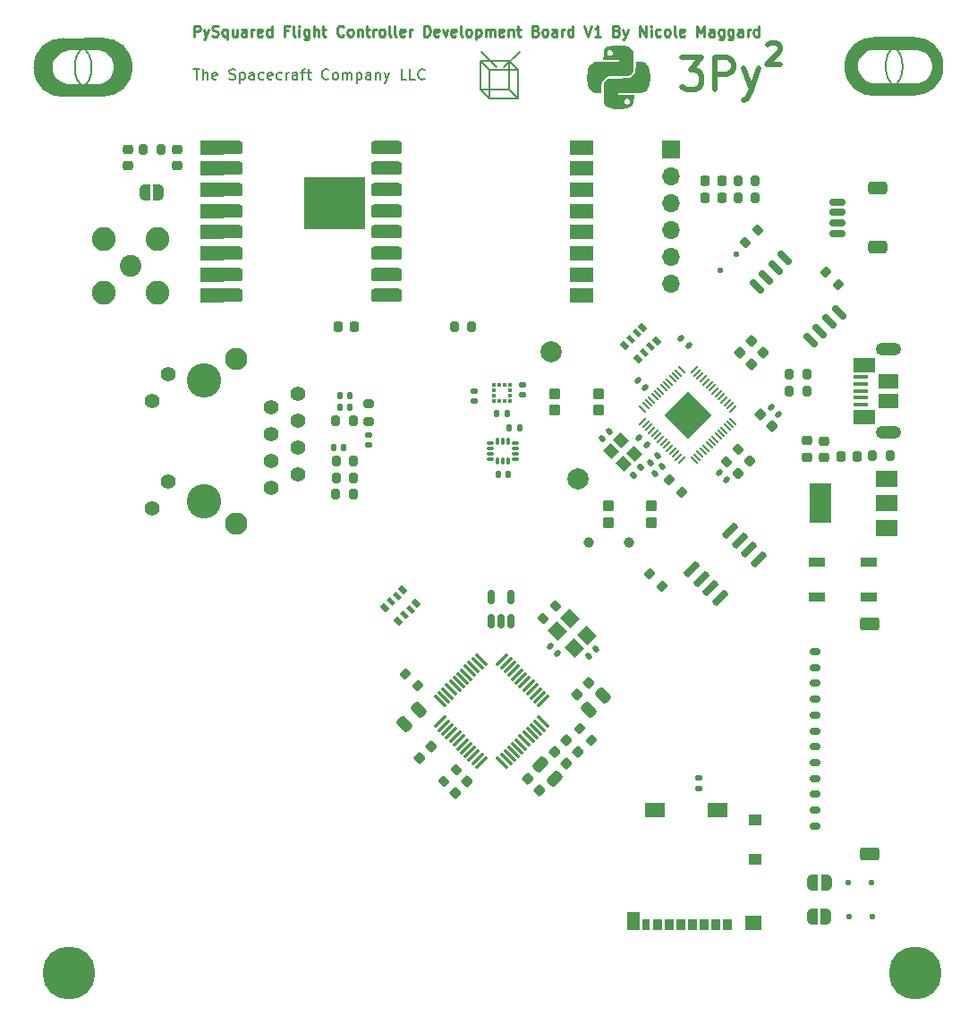
<source format=gbr>
%TF.GenerationSoftware,KiCad,Pcbnew,7.0.1*%
%TF.CreationDate,2023-07-16T20:54:18-07:00*%
%TF.ProjectId,flight_computer_dev_board_rfm98pw,666c6967-6874-45f6-936f-6d7075746572,rev?*%
%TF.SameCoordinates,Original*%
%TF.FileFunction,Soldermask,Top*%
%TF.FilePolarity,Negative*%
%FSLAX46Y46*%
G04 Gerber Fmt 4.6, Leading zero omitted, Abs format (unit mm)*
G04 Created by KiCad (PCBNEW 7.0.1) date 2023-07-16 20:54:18*
%MOMM*%
%LPD*%
G01*
G04 APERTURE LIST*
G04 Aperture macros list*
%AMRoundRect*
0 Rectangle with rounded corners*
0 $1 Rounding radius*
0 $2 $3 $4 $5 $6 $7 $8 $9 X,Y pos of 4 corners*
0 Add a 4 corners polygon primitive as box body*
4,1,4,$2,$3,$4,$5,$6,$7,$8,$9,$2,$3,0*
0 Add four circle primitives for the rounded corners*
1,1,$1+$1,$2,$3*
1,1,$1+$1,$4,$5*
1,1,$1+$1,$6,$7*
1,1,$1+$1,$8,$9*
0 Add four rect primitives between the rounded corners*
20,1,$1+$1,$2,$3,$4,$5,0*
20,1,$1+$1,$4,$5,$6,$7,0*
20,1,$1+$1,$6,$7,$8,$9,0*
20,1,$1+$1,$8,$9,$2,$3,0*%
%AMRotRect*
0 Rectangle, with rotation*
0 The origin of the aperture is its center*
0 $1 length*
0 $2 width*
0 $3 Rotation angle, in degrees counterclockwise*
0 Add horizontal line*
21,1,$1,$2,0,0,$3*%
%AMFreePoly0*
4,1,19,0.500000,-0.750000,0.000000,-0.750000,0.000000,-0.744911,-0.071157,-0.744911,-0.207708,-0.704816,-0.327430,-0.627875,-0.420627,-0.520320,-0.479746,-0.390866,-0.500000,-0.250000,-0.500000,0.250000,-0.479746,0.390866,-0.420627,0.520320,-0.327430,0.627875,-0.207708,0.704816,-0.071157,0.744911,0.000000,0.744911,0.000000,0.750000,0.500000,0.750000,0.500000,-0.750000,0.500000,-0.750000,
$1*%
%AMFreePoly1*
4,1,19,0.000000,0.744911,0.071157,0.744911,0.207708,0.704816,0.327430,0.627875,0.420627,0.520320,0.479746,0.390866,0.500000,0.250000,0.500000,-0.250000,0.479746,-0.390866,0.420627,-0.520320,0.327430,-0.627875,0.207708,-0.704816,0.071157,-0.744911,0.000000,-0.744911,0.000000,-0.750000,-0.500000,-0.750000,-0.500000,0.750000,0.000000,0.750000,0.000000,0.744911,0.000000,0.744911,
$1*%
G04 Aperture macros list end*
%ADD10C,0.200000*%
%ADD11C,0.150000*%
%ADD12C,0.500000*%
%ADD13C,0.250000*%
%ADD14RoundRect,0.218750X0.026517X-0.335876X0.335876X-0.026517X-0.026517X0.335876X-0.335876X0.026517X0*%
%ADD15RotRect,0.800000X0.500000X135.000000*%
%ADD16RotRect,0.800000X0.400000X135.000000*%
%ADD17RoundRect,0.140000X-0.021213X0.219203X-0.219203X0.021213X0.021213X-0.219203X0.219203X-0.021213X0*%
%ADD18RoundRect,0.225000X0.250000X-0.225000X0.250000X0.225000X-0.250000X0.225000X-0.250000X-0.225000X0*%
%ADD19RoundRect,0.200000X-0.200000X-0.275000X0.200000X-0.275000X0.200000X0.275000X-0.200000X0.275000X0*%
%ADD20RoundRect,0.140000X-0.140000X-0.170000X0.140000X-0.170000X0.140000X0.170000X-0.140000X0.170000X0*%
%ADD21RoundRect,0.135000X0.185000X-0.135000X0.185000X0.135000X-0.185000X0.135000X-0.185000X-0.135000X0*%
%ADD22C,2.050000*%
%ADD23C,2.250000*%
%ADD24RoundRect,0.225000X-0.250000X0.225000X-0.250000X-0.225000X0.250000X-0.225000X0.250000X0.225000X0*%
%ADD25RoundRect,0.200000X0.200000X0.275000X-0.200000X0.275000X-0.200000X-0.275000X0.200000X-0.275000X0*%
%ADD26R,2.000000X1.500000*%
%ADD27R,2.000000X3.800000*%
%ADD28RoundRect,0.250000X0.159099X-0.512652X0.512652X-0.159099X-0.159099X0.512652X-0.512652X0.159099X0*%
%ADD29RoundRect,0.140000X0.021213X-0.219203X0.219203X-0.021213X-0.021213X0.219203X-0.219203X0.021213X0*%
%ADD30RoundRect,0.250000X0.512652X0.159099X0.159099X0.512652X-0.512652X-0.159099X-0.159099X-0.512652X0*%
%ADD31RoundRect,0.218750X0.218750X0.256250X-0.218750X0.256250X-0.218750X-0.256250X0.218750X-0.256250X0*%
%ADD32RoundRect,0.200000X-0.335876X-0.053033X-0.053033X-0.335876X0.335876X0.053033X0.053033X0.335876X0*%
%ADD33RoundRect,0.218750X-0.218750X-0.256250X0.218750X-0.256250X0.218750X0.256250X-0.218750X0.256250X0*%
%ADD34RoundRect,0.225000X-0.017678X0.335876X-0.335876X0.017678X0.017678X-0.335876X0.335876X-0.017678X0*%
%ADD35RoundRect,0.050800X-0.450000X-0.450000X0.450000X-0.450000X0.450000X0.450000X-0.450000X0.450000X0*%
%ADD36RoundRect,0.140000X-0.170000X0.140000X-0.170000X-0.140000X0.170000X-0.140000X0.170000X0.140000X0*%
%ADD37RoundRect,0.225000X0.017678X-0.335876X0.335876X-0.017678X-0.017678X0.335876X-0.335876X0.017678X0*%
%ADD38RotRect,1.400000X1.200000X315.000000*%
%ADD39RoundRect,0.135000X-0.035355X0.226274X-0.226274X0.035355X0.035355X-0.226274X0.226274X-0.035355X0*%
%ADD40RoundRect,0.225000X-0.335876X-0.017678X-0.017678X-0.335876X0.335876X0.017678X0.017678X0.335876X0*%
%ADD41RoundRect,0.200000X0.053033X-0.335876X0.335876X-0.053033X-0.053033X0.335876X-0.335876X0.053033X0*%
%ADD42RotRect,1.150000X1.000000X315.000000*%
%ADD43RoundRect,0.140000X0.219203X0.021213X0.021213X0.219203X-0.219203X-0.021213X-0.021213X-0.219203X0*%
%ADD44FreePoly0,0.000000*%
%ADD45FreePoly1,0.000000*%
%ADD46C,5.000000*%
%ADD47RoundRect,0.200000X0.335876X0.053033X0.053033X0.335876X-0.335876X-0.053033X-0.053033X-0.335876X0*%
%ADD48RoundRect,0.063500X1.000000X0.650000X-1.000000X0.650000X-1.000000X-0.650000X1.000000X-0.650000X0*%
%ADD49RoundRect,0.063500X2.849999X2.400000X-2.849999X2.400000X-2.849999X-2.400000X2.849999X-2.400000X0*%
%ADD50RoundRect,0.200000X-0.275000X0.200000X-0.275000X-0.200000X0.275000X-0.200000X0.275000X0.200000X0*%
%ADD51RoundRect,0.150000X0.150000X-0.512500X0.150000X0.512500X-0.150000X0.512500X-0.150000X-0.512500X0*%
%ADD52C,2.000000*%
%ADD53RoundRect,0.125000X-0.125000X-0.125000X0.125000X-0.125000X0.125000X0.125000X-0.125000X0.125000X0*%
%ADD54RoundRect,0.087500X-0.225000X-0.087500X0.225000X-0.087500X0.225000X0.087500X-0.225000X0.087500X0*%
%ADD55RoundRect,0.087500X-0.087500X-0.225000X0.087500X-0.225000X0.087500X0.225000X-0.087500X0.225000X0*%
%ADD56RoundRect,0.150000X-0.565685X0.353553X0.353553X-0.565685X0.565685X-0.353553X-0.353553X0.565685X0*%
%ADD57RoundRect,0.140000X-0.219203X-0.021213X-0.021213X-0.219203X0.219203X0.021213X0.021213X0.219203X0*%
%ADD58R,1.500000X0.900000*%
%ADD59RoundRect,0.125000X0.000000X-0.176777X0.176777X0.000000X0.000000X0.176777X-0.176777X0.000000X0*%
%ADD60R,0.850000X1.100000*%
%ADD61R,0.750000X1.100000*%
%ADD62R,1.200000X1.000000*%
%ADD63R,1.550000X1.350000*%
%ADD64R,1.900000X1.350000*%
%ADD65R,1.170000X1.800000*%
%ADD66RoundRect,0.150000X0.625000X-0.150000X0.625000X0.150000X-0.625000X0.150000X-0.625000X-0.150000X0*%
%ADD67RoundRect,0.250000X0.650000X-0.350000X0.650000X0.350000X-0.650000X0.350000X-0.650000X-0.350000X0*%
%ADD68RoundRect,0.050000X-0.309359X0.238649X0.238649X-0.309359X0.309359X-0.238649X-0.238649X0.309359X0*%
%ADD69RoundRect,0.050000X-0.309359X-0.238649X-0.238649X-0.309359X0.309359X0.238649X0.238649X0.309359X0*%
%ADD70RotRect,3.200000X3.200000X315.000000*%
%ADD71RoundRect,0.317500X1.157500X0.317500X-1.157500X0.317500X-1.157500X-0.317500X1.157500X-0.317500X0*%
%ADD72R,0.375000X0.350000*%
%ADD73R,0.350000X0.375000*%
%ADD74RoundRect,0.225000X0.225000X0.250000X-0.225000X0.250000X-0.225000X-0.250000X0.225000X-0.250000X0*%
%ADD75RoundRect,0.150000X0.350000X-0.150000X0.350000X0.150000X-0.350000X0.150000X-0.350000X-0.150000X0*%
%ADD76RoundRect,0.250000X0.650000X-0.375000X0.650000X0.375000X-0.650000X0.375000X-0.650000X-0.375000X0*%
%ADD77RoundRect,0.150000X0.406586X0.618718X-0.618718X-0.406586X-0.406586X-0.618718X0.618718X0.406586X0*%
%ADD78RoundRect,0.200000X-0.053033X0.335876X-0.335876X0.053033X0.053033X-0.335876X0.335876X-0.053033X0*%
%ADD79RoundRect,0.225000X0.335876X0.017678X0.017678X0.335876X-0.335876X-0.017678X-0.017678X-0.335876X0*%
%ADD80R,1.380000X0.450000*%
%ADD81O,2.416000X1.208000*%
%ADD82R,2.100000X1.475000*%
%ADD83R,1.900000X1.375000*%
%ADD84RoundRect,0.075000X-0.415425X-0.521491X0.521491X0.415425X0.415425X0.521491X-0.521491X-0.415425X0*%
%ADD85RoundRect,0.075000X0.415425X-0.521491X0.521491X-0.415425X-0.415425X0.521491X-0.521491X0.415425X0*%
%ADD86R,1.700000X1.700000*%
%ADD87O,1.700000X1.700000*%
%ADD88C,1.000000*%
%ADD89C,3.251200*%
%ADD90C,1.397000*%
%ADD91C,2.108200*%
G04 APERTURE END LIST*
D10*
X187840000Y-52410000D02*
X186360000Y-50930000D01*
D11*
X153291978Y-52405459D02*
G75*
G03*
X153291978Y-52405459I-2692408J0D01*
G01*
D10*
X189040000Y-51820000D02*
X186340000Y-51820000D01*
X186340000Y-51820000D02*
X187190000Y-52670000D01*
X186340000Y-54520000D02*
X189040000Y-54520000D01*
X189040000Y-54520000D02*
X189040000Y-51820000D01*
D11*
X146799570Y-55127504D02*
X150599570Y-55134011D01*
D10*
X189040000Y-54520000D02*
X189890000Y-55370000D01*
X186340000Y-54520000D02*
X186340000Y-51820000D01*
D11*
X223543845Y-55035798D02*
X227343845Y-55042305D01*
X149506967Y-52430757D02*
G75*
G03*
X149506967Y-52430757I-2707397J0D01*
G01*
X230036253Y-52313753D02*
G75*
G03*
X230036253Y-52313753I-2692408J0D01*
G01*
X227393845Y-49635798D02*
X223593845Y-49642305D01*
X150649570Y-49727504D02*
X146849570Y-49734011D01*
D10*
X189890000Y-55370000D02*
X189890000Y-52670000D01*
X189040000Y-51820000D02*
X189890000Y-52670000D01*
X187190000Y-52670000D02*
X187190000Y-55370000D01*
X187190000Y-55370000D02*
X186340000Y-54520000D01*
X189890000Y-52670000D02*
X187190000Y-52670000D01*
X187190000Y-55370000D02*
X189890000Y-55370000D01*
X188520000Y-52390000D02*
X189990000Y-50920000D01*
D11*
X226251242Y-52339051D02*
G75*
G03*
X226251242Y-52339051I-2707397J0D01*
G01*
D12*
X213498571Y-50315714D02*
X213593809Y-50220476D01*
X213593809Y-50220476D02*
X213784285Y-50125238D01*
X213784285Y-50125238D02*
X214260476Y-50125238D01*
X214260476Y-50125238D02*
X214450952Y-50220476D01*
X214450952Y-50220476D02*
X214546190Y-50315714D01*
X214546190Y-50315714D02*
X214641428Y-50506190D01*
X214641428Y-50506190D02*
X214641428Y-50696666D01*
X214641428Y-50696666D02*
X214546190Y-50982380D01*
X214546190Y-50982380D02*
X213403333Y-52125238D01*
X213403333Y-52125238D02*
X214641428Y-52125238D01*
X205367143Y-51507857D02*
X207224286Y-51507857D01*
X207224286Y-51507857D02*
X206224286Y-52650714D01*
X206224286Y-52650714D02*
X206652857Y-52650714D01*
X206652857Y-52650714D02*
X206938572Y-52793571D01*
X206938572Y-52793571D02*
X207081429Y-52936428D01*
X207081429Y-52936428D02*
X207224286Y-53222142D01*
X207224286Y-53222142D02*
X207224286Y-53936428D01*
X207224286Y-53936428D02*
X207081429Y-54222142D01*
X207081429Y-54222142D02*
X206938572Y-54365000D01*
X206938572Y-54365000D02*
X206652857Y-54507857D01*
X206652857Y-54507857D02*
X205795714Y-54507857D01*
X205795714Y-54507857D02*
X205510000Y-54365000D01*
X205510000Y-54365000D02*
X205367143Y-54222142D01*
X208510000Y-54507857D02*
X208510000Y-51507857D01*
X208510000Y-51507857D02*
X209652857Y-51507857D01*
X209652857Y-51507857D02*
X209938572Y-51650714D01*
X209938572Y-51650714D02*
X210081429Y-51793571D01*
X210081429Y-51793571D02*
X210224286Y-52079285D01*
X210224286Y-52079285D02*
X210224286Y-52507857D01*
X210224286Y-52507857D02*
X210081429Y-52793571D01*
X210081429Y-52793571D02*
X209938572Y-52936428D01*
X209938572Y-52936428D02*
X209652857Y-53079285D01*
X209652857Y-53079285D02*
X208510000Y-53079285D01*
X211224286Y-52507857D02*
X211938572Y-54507857D01*
X212652857Y-52507857D02*
X211938572Y-54507857D01*
X211938572Y-54507857D02*
X211652857Y-55222142D01*
X211652857Y-55222142D02*
X211510000Y-55365000D01*
X211510000Y-55365000D02*
X211224286Y-55507857D01*
D11*
X159165238Y-52567619D02*
X159736666Y-52567619D01*
X159450952Y-53567619D02*
X159450952Y-52567619D01*
X160070000Y-53567619D02*
X160070000Y-52567619D01*
X160498571Y-53567619D02*
X160498571Y-53043809D01*
X160498571Y-53043809D02*
X160450952Y-52948571D01*
X160450952Y-52948571D02*
X160355714Y-52900952D01*
X160355714Y-52900952D02*
X160212857Y-52900952D01*
X160212857Y-52900952D02*
X160117619Y-52948571D01*
X160117619Y-52948571D02*
X160070000Y-52996190D01*
X161355714Y-53520000D02*
X161260476Y-53567619D01*
X161260476Y-53567619D02*
X161070000Y-53567619D01*
X161070000Y-53567619D02*
X160974762Y-53520000D01*
X160974762Y-53520000D02*
X160927143Y-53424761D01*
X160927143Y-53424761D02*
X160927143Y-53043809D01*
X160927143Y-53043809D02*
X160974762Y-52948571D01*
X160974762Y-52948571D02*
X161070000Y-52900952D01*
X161070000Y-52900952D02*
X161260476Y-52900952D01*
X161260476Y-52900952D02*
X161355714Y-52948571D01*
X161355714Y-52948571D02*
X161403333Y-53043809D01*
X161403333Y-53043809D02*
X161403333Y-53139047D01*
X161403333Y-53139047D02*
X160927143Y-53234285D01*
X162546191Y-53520000D02*
X162689048Y-53567619D01*
X162689048Y-53567619D02*
X162927143Y-53567619D01*
X162927143Y-53567619D02*
X163022381Y-53520000D01*
X163022381Y-53520000D02*
X163070000Y-53472380D01*
X163070000Y-53472380D02*
X163117619Y-53377142D01*
X163117619Y-53377142D02*
X163117619Y-53281904D01*
X163117619Y-53281904D02*
X163070000Y-53186666D01*
X163070000Y-53186666D02*
X163022381Y-53139047D01*
X163022381Y-53139047D02*
X162927143Y-53091428D01*
X162927143Y-53091428D02*
X162736667Y-53043809D01*
X162736667Y-53043809D02*
X162641429Y-52996190D01*
X162641429Y-52996190D02*
X162593810Y-52948571D01*
X162593810Y-52948571D02*
X162546191Y-52853333D01*
X162546191Y-52853333D02*
X162546191Y-52758095D01*
X162546191Y-52758095D02*
X162593810Y-52662857D01*
X162593810Y-52662857D02*
X162641429Y-52615238D01*
X162641429Y-52615238D02*
X162736667Y-52567619D01*
X162736667Y-52567619D02*
X162974762Y-52567619D01*
X162974762Y-52567619D02*
X163117619Y-52615238D01*
X163546191Y-52900952D02*
X163546191Y-53900952D01*
X163546191Y-52948571D02*
X163641429Y-52900952D01*
X163641429Y-52900952D02*
X163831905Y-52900952D01*
X163831905Y-52900952D02*
X163927143Y-52948571D01*
X163927143Y-52948571D02*
X163974762Y-52996190D01*
X163974762Y-52996190D02*
X164022381Y-53091428D01*
X164022381Y-53091428D02*
X164022381Y-53377142D01*
X164022381Y-53377142D02*
X163974762Y-53472380D01*
X163974762Y-53472380D02*
X163927143Y-53520000D01*
X163927143Y-53520000D02*
X163831905Y-53567619D01*
X163831905Y-53567619D02*
X163641429Y-53567619D01*
X163641429Y-53567619D02*
X163546191Y-53520000D01*
X164879524Y-53567619D02*
X164879524Y-53043809D01*
X164879524Y-53043809D02*
X164831905Y-52948571D01*
X164831905Y-52948571D02*
X164736667Y-52900952D01*
X164736667Y-52900952D02*
X164546191Y-52900952D01*
X164546191Y-52900952D02*
X164450953Y-52948571D01*
X164879524Y-53520000D02*
X164784286Y-53567619D01*
X164784286Y-53567619D02*
X164546191Y-53567619D01*
X164546191Y-53567619D02*
X164450953Y-53520000D01*
X164450953Y-53520000D02*
X164403334Y-53424761D01*
X164403334Y-53424761D02*
X164403334Y-53329523D01*
X164403334Y-53329523D02*
X164450953Y-53234285D01*
X164450953Y-53234285D02*
X164546191Y-53186666D01*
X164546191Y-53186666D02*
X164784286Y-53186666D01*
X164784286Y-53186666D02*
X164879524Y-53139047D01*
X165784286Y-53520000D02*
X165689048Y-53567619D01*
X165689048Y-53567619D02*
X165498572Y-53567619D01*
X165498572Y-53567619D02*
X165403334Y-53520000D01*
X165403334Y-53520000D02*
X165355715Y-53472380D01*
X165355715Y-53472380D02*
X165308096Y-53377142D01*
X165308096Y-53377142D02*
X165308096Y-53091428D01*
X165308096Y-53091428D02*
X165355715Y-52996190D01*
X165355715Y-52996190D02*
X165403334Y-52948571D01*
X165403334Y-52948571D02*
X165498572Y-52900952D01*
X165498572Y-52900952D02*
X165689048Y-52900952D01*
X165689048Y-52900952D02*
X165784286Y-52948571D01*
X166593810Y-53520000D02*
X166498572Y-53567619D01*
X166498572Y-53567619D02*
X166308096Y-53567619D01*
X166308096Y-53567619D02*
X166212858Y-53520000D01*
X166212858Y-53520000D02*
X166165239Y-53424761D01*
X166165239Y-53424761D02*
X166165239Y-53043809D01*
X166165239Y-53043809D02*
X166212858Y-52948571D01*
X166212858Y-52948571D02*
X166308096Y-52900952D01*
X166308096Y-52900952D02*
X166498572Y-52900952D01*
X166498572Y-52900952D02*
X166593810Y-52948571D01*
X166593810Y-52948571D02*
X166641429Y-53043809D01*
X166641429Y-53043809D02*
X166641429Y-53139047D01*
X166641429Y-53139047D02*
X166165239Y-53234285D01*
X167498572Y-53520000D02*
X167403334Y-53567619D01*
X167403334Y-53567619D02*
X167212858Y-53567619D01*
X167212858Y-53567619D02*
X167117620Y-53520000D01*
X167117620Y-53520000D02*
X167070001Y-53472380D01*
X167070001Y-53472380D02*
X167022382Y-53377142D01*
X167022382Y-53377142D02*
X167022382Y-53091428D01*
X167022382Y-53091428D02*
X167070001Y-52996190D01*
X167070001Y-52996190D02*
X167117620Y-52948571D01*
X167117620Y-52948571D02*
X167212858Y-52900952D01*
X167212858Y-52900952D02*
X167403334Y-52900952D01*
X167403334Y-52900952D02*
X167498572Y-52948571D01*
X167927144Y-53567619D02*
X167927144Y-52900952D01*
X167927144Y-53091428D02*
X167974763Y-52996190D01*
X167974763Y-52996190D02*
X168022382Y-52948571D01*
X168022382Y-52948571D02*
X168117620Y-52900952D01*
X168117620Y-52900952D02*
X168212858Y-52900952D01*
X168974763Y-53567619D02*
X168974763Y-53043809D01*
X168974763Y-53043809D02*
X168927144Y-52948571D01*
X168927144Y-52948571D02*
X168831906Y-52900952D01*
X168831906Y-52900952D02*
X168641430Y-52900952D01*
X168641430Y-52900952D02*
X168546192Y-52948571D01*
X168974763Y-53520000D02*
X168879525Y-53567619D01*
X168879525Y-53567619D02*
X168641430Y-53567619D01*
X168641430Y-53567619D02*
X168546192Y-53520000D01*
X168546192Y-53520000D02*
X168498573Y-53424761D01*
X168498573Y-53424761D02*
X168498573Y-53329523D01*
X168498573Y-53329523D02*
X168546192Y-53234285D01*
X168546192Y-53234285D02*
X168641430Y-53186666D01*
X168641430Y-53186666D02*
X168879525Y-53186666D01*
X168879525Y-53186666D02*
X168974763Y-53139047D01*
X169308097Y-52900952D02*
X169689049Y-52900952D01*
X169450954Y-53567619D02*
X169450954Y-52710476D01*
X169450954Y-52710476D02*
X169498573Y-52615238D01*
X169498573Y-52615238D02*
X169593811Y-52567619D01*
X169593811Y-52567619D02*
X169689049Y-52567619D01*
X169879526Y-52900952D02*
X170260478Y-52900952D01*
X170022383Y-52567619D02*
X170022383Y-53424761D01*
X170022383Y-53424761D02*
X170070002Y-53520000D01*
X170070002Y-53520000D02*
X170165240Y-53567619D01*
X170165240Y-53567619D02*
X170260478Y-53567619D01*
X171927145Y-53472380D02*
X171879526Y-53520000D01*
X171879526Y-53520000D02*
X171736669Y-53567619D01*
X171736669Y-53567619D02*
X171641431Y-53567619D01*
X171641431Y-53567619D02*
X171498574Y-53520000D01*
X171498574Y-53520000D02*
X171403336Y-53424761D01*
X171403336Y-53424761D02*
X171355717Y-53329523D01*
X171355717Y-53329523D02*
X171308098Y-53139047D01*
X171308098Y-53139047D02*
X171308098Y-52996190D01*
X171308098Y-52996190D02*
X171355717Y-52805714D01*
X171355717Y-52805714D02*
X171403336Y-52710476D01*
X171403336Y-52710476D02*
X171498574Y-52615238D01*
X171498574Y-52615238D02*
X171641431Y-52567619D01*
X171641431Y-52567619D02*
X171736669Y-52567619D01*
X171736669Y-52567619D02*
X171879526Y-52615238D01*
X171879526Y-52615238D02*
X171927145Y-52662857D01*
X172498574Y-53567619D02*
X172403336Y-53520000D01*
X172403336Y-53520000D02*
X172355717Y-53472380D01*
X172355717Y-53472380D02*
X172308098Y-53377142D01*
X172308098Y-53377142D02*
X172308098Y-53091428D01*
X172308098Y-53091428D02*
X172355717Y-52996190D01*
X172355717Y-52996190D02*
X172403336Y-52948571D01*
X172403336Y-52948571D02*
X172498574Y-52900952D01*
X172498574Y-52900952D02*
X172641431Y-52900952D01*
X172641431Y-52900952D02*
X172736669Y-52948571D01*
X172736669Y-52948571D02*
X172784288Y-52996190D01*
X172784288Y-52996190D02*
X172831907Y-53091428D01*
X172831907Y-53091428D02*
X172831907Y-53377142D01*
X172831907Y-53377142D02*
X172784288Y-53472380D01*
X172784288Y-53472380D02*
X172736669Y-53520000D01*
X172736669Y-53520000D02*
X172641431Y-53567619D01*
X172641431Y-53567619D02*
X172498574Y-53567619D01*
X173260479Y-53567619D02*
X173260479Y-52900952D01*
X173260479Y-52996190D02*
X173308098Y-52948571D01*
X173308098Y-52948571D02*
X173403336Y-52900952D01*
X173403336Y-52900952D02*
X173546193Y-52900952D01*
X173546193Y-52900952D02*
X173641431Y-52948571D01*
X173641431Y-52948571D02*
X173689050Y-53043809D01*
X173689050Y-53043809D02*
X173689050Y-53567619D01*
X173689050Y-53043809D02*
X173736669Y-52948571D01*
X173736669Y-52948571D02*
X173831907Y-52900952D01*
X173831907Y-52900952D02*
X173974764Y-52900952D01*
X173974764Y-52900952D02*
X174070003Y-52948571D01*
X174070003Y-52948571D02*
X174117622Y-53043809D01*
X174117622Y-53043809D02*
X174117622Y-53567619D01*
X174593812Y-52900952D02*
X174593812Y-53900952D01*
X174593812Y-52948571D02*
X174689050Y-52900952D01*
X174689050Y-52900952D02*
X174879526Y-52900952D01*
X174879526Y-52900952D02*
X174974764Y-52948571D01*
X174974764Y-52948571D02*
X175022383Y-52996190D01*
X175022383Y-52996190D02*
X175070002Y-53091428D01*
X175070002Y-53091428D02*
X175070002Y-53377142D01*
X175070002Y-53377142D02*
X175022383Y-53472380D01*
X175022383Y-53472380D02*
X174974764Y-53520000D01*
X174974764Y-53520000D02*
X174879526Y-53567619D01*
X174879526Y-53567619D02*
X174689050Y-53567619D01*
X174689050Y-53567619D02*
X174593812Y-53520000D01*
X175927145Y-53567619D02*
X175927145Y-53043809D01*
X175927145Y-53043809D02*
X175879526Y-52948571D01*
X175879526Y-52948571D02*
X175784288Y-52900952D01*
X175784288Y-52900952D02*
X175593812Y-52900952D01*
X175593812Y-52900952D02*
X175498574Y-52948571D01*
X175927145Y-53520000D02*
X175831907Y-53567619D01*
X175831907Y-53567619D02*
X175593812Y-53567619D01*
X175593812Y-53567619D02*
X175498574Y-53520000D01*
X175498574Y-53520000D02*
X175450955Y-53424761D01*
X175450955Y-53424761D02*
X175450955Y-53329523D01*
X175450955Y-53329523D02*
X175498574Y-53234285D01*
X175498574Y-53234285D02*
X175593812Y-53186666D01*
X175593812Y-53186666D02*
X175831907Y-53186666D01*
X175831907Y-53186666D02*
X175927145Y-53139047D01*
X176403336Y-52900952D02*
X176403336Y-53567619D01*
X176403336Y-52996190D02*
X176450955Y-52948571D01*
X176450955Y-52948571D02*
X176546193Y-52900952D01*
X176546193Y-52900952D02*
X176689050Y-52900952D01*
X176689050Y-52900952D02*
X176784288Y-52948571D01*
X176784288Y-52948571D02*
X176831907Y-53043809D01*
X176831907Y-53043809D02*
X176831907Y-53567619D01*
X177212860Y-52900952D02*
X177450955Y-53567619D01*
X177689050Y-52900952D02*
X177450955Y-53567619D01*
X177450955Y-53567619D02*
X177355717Y-53805714D01*
X177355717Y-53805714D02*
X177308098Y-53853333D01*
X177308098Y-53853333D02*
X177212860Y-53900952D01*
X179308098Y-53567619D02*
X178831908Y-53567619D01*
X178831908Y-53567619D02*
X178831908Y-52567619D01*
X180117622Y-53567619D02*
X179641432Y-53567619D01*
X179641432Y-53567619D02*
X179641432Y-52567619D01*
X181022384Y-53472380D02*
X180974765Y-53520000D01*
X180974765Y-53520000D02*
X180831908Y-53567619D01*
X180831908Y-53567619D02*
X180736670Y-53567619D01*
X180736670Y-53567619D02*
X180593813Y-53520000D01*
X180593813Y-53520000D02*
X180498575Y-53424761D01*
X180498575Y-53424761D02*
X180450956Y-53329523D01*
X180450956Y-53329523D02*
X180403337Y-53139047D01*
X180403337Y-53139047D02*
X180403337Y-52996190D01*
X180403337Y-52996190D02*
X180450956Y-52805714D01*
X180450956Y-52805714D02*
X180498575Y-52710476D01*
X180498575Y-52710476D02*
X180593813Y-52615238D01*
X180593813Y-52615238D02*
X180736670Y-52567619D01*
X180736670Y-52567619D02*
X180831908Y-52567619D01*
X180831908Y-52567619D02*
X180974765Y-52615238D01*
X180974765Y-52615238D02*
X181022384Y-52662857D01*
D13*
X159205709Y-49477619D02*
X159205709Y-48477619D01*
X159205709Y-48477619D02*
X159586661Y-48477619D01*
X159586661Y-48477619D02*
X159681899Y-48525238D01*
X159681899Y-48525238D02*
X159729518Y-48572857D01*
X159729518Y-48572857D02*
X159777137Y-48668095D01*
X159777137Y-48668095D02*
X159777137Y-48810952D01*
X159777137Y-48810952D02*
X159729518Y-48906190D01*
X159729518Y-48906190D02*
X159681899Y-48953809D01*
X159681899Y-48953809D02*
X159586661Y-49001428D01*
X159586661Y-49001428D02*
X159205709Y-49001428D01*
X160110471Y-48810952D02*
X160348566Y-49477619D01*
X160586661Y-48810952D02*
X160348566Y-49477619D01*
X160348566Y-49477619D02*
X160253328Y-49715714D01*
X160253328Y-49715714D02*
X160205709Y-49763333D01*
X160205709Y-49763333D02*
X160110471Y-49810952D01*
X160919995Y-49430000D02*
X161062852Y-49477619D01*
X161062852Y-49477619D02*
X161300947Y-49477619D01*
X161300947Y-49477619D02*
X161396185Y-49430000D01*
X161396185Y-49430000D02*
X161443804Y-49382380D01*
X161443804Y-49382380D02*
X161491423Y-49287142D01*
X161491423Y-49287142D02*
X161491423Y-49191904D01*
X161491423Y-49191904D02*
X161443804Y-49096666D01*
X161443804Y-49096666D02*
X161396185Y-49049047D01*
X161396185Y-49049047D02*
X161300947Y-49001428D01*
X161300947Y-49001428D02*
X161110471Y-48953809D01*
X161110471Y-48953809D02*
X161015233Y-48906190D01*
X161015233Y-48906190D02*
X160967614Y-48858571D01*
X160967614Y-48858571D02*
X160919995Y-48763333D01*
X160919995Y-48763333D02*
X160919995Y-48668095D01*
X160919995Y-48668095D02*
X160967614Y-48572857D01*
X160967614Y-48572857D02*
X161015233Y-48525238D01*
X161015233Y-48525238D02*
X161110471Y-48477619D01*
X161110471Y-48477619D02*
X161348566Y-48477619D01*
X161348566Y-48477619D02*
X161491423Y-48525238D01*
X162348566Y-48810952D02*
X162348566Y-49810952D01*
X162348566Y-49430000D02*
X162253328Y-49477619D01*
X162253328Y-49477619D02*
X162062852Y-49477619D01*
X162062852Y-49477619D02*
X161967614Y-49430000D01*
X161967614Y-49430000D02*
X161919995Y-49382380D01*
X161919995Y-49382380D02*
X161872376Y-49287142D01*
X161872376Y-49287142D02*
X161872376Y-49001428D01*
X161872376Y-49001428D02*
X161919995Y-48906190D01*
X161919995Y-48906190D02*
X161967614Y-48858571D01*
X161967614Y-48858571D02*
X162062852Y-48810952D01*
X162062852Y-48810952D02*
X162253328Y-48810952D01*
X162253328Y-48810952D02*
X162348566Y-48858571D01*
X163253328Y-48810952D02*
X163253328Y-49477619D01*
X162824757Y-48810952D02*
X162824757Y-49334761D01*
X162824757Y-49334761D02*
X162872376Y-49430000D01*
X162872376Y-49430000D02*
X162967614Y-49477619D01*
X162967614Y-49477619D02*
X163110471Y-49477619D01*
X163110471Y-49477619D02*
X163205709Y-49430000D01*
X163205709Y-49430000D02*
X163253328Y-49382380D01*
X164158090Y-49477619D02*
X164158090Y-48953809D01*
X164158090Y-48953809D02*
X164110471Y-48858571D01*
X164110471Y-48858571D02*
X164015233Y-48810952D01*
X164015233Y-48810952D02*
X163824757Y-48810952D01*
X163824757Y-48810952D02*
X163729519Y-48858571D01*
X164158090Y-49430000D02*
X164062852Y-49477619D01*
X164062852Y-49477619D02*
X163824757Y-49477619D01*
X163824757Y-49477619D02*
X163729519Y-49430000D01*
X163729519Y-49430000D02*
X163681900Y-49334761D01*
X163681900Y-49334761D02*
X163681900Y-49239523D01*
X163681900Y-49239523D02*
X163729519Y-49144285D01*
X163729519Y-49144285D02*
X163824757Y-49096666D01*
X163824757Y-49096666D02*
X164062852Y-49096666D01*
X164062852Y-49096666D02*
X164158090Y-49049047D01*
X164634281Y-49477619D02*
X164634281Y-48810952D01*
X164634281Y-49001428D02*
X164681900Y-48906190D01*
X164681900Y-48906190D02*
X164729519Y-48858571D01*
X164729519Y-48858571D02*
X164824757Y-48810952D01*
X164824757Y-48810952D02*
X164919995Y-48810952D01*
X165634281Y-49430000D02*
X165539043Y-49477619D01*
X165539043Y-49477619D02*
X165348567Y-49477619D01*
X165348567Y-49477619D02*
X165253329Y-49430000D01*
X165253329Y-49430000D02*
X165205710Y-49334761D01*
X165205710Y-49334761D02*
X165205710Y-48953809D01*
X165205710Y-48953809D02*
X165253329Y-48858571D01*
X165253329Y-48858571D02*
X165348567Y-48810952D01*
X165348567Y-48810952D02*
X165539043Y-48810952D01*
X165539043Y-48810952D02*
X165634281Y-48858571D01*
X165634281Y-48858571D02*
X165681900Y-48953809D01*
X165681900Y-48953809D02*
X165681900Y-49049047D01*
X165681900Y-49049047D02*
X165205710Y-49144285D01*
X166539043Y-49477619D02*
X166539043Y-48477619D01*
X166539043Y-49430000D02*
X166443805Y-49477619D01*
X166443805Y-49477619D02*
X166253329Y-49477619D01*
X166253329Y-49477619D02*
X166158091Y-49430000D01*
X166158091Y-49430000D02*
X166110472Y-49382380D01*
X166110472Y-49382380D02*
X166062853Y-49287142D01*
X166062853Y-49287142D02*
X166062853Y-49001428D01*
X166062853Y-49001428D02*
X166110472Y-48906190D01*
X166110472Y-48906190D02*
X166158091Y-48858571D01*
X166158091Y-48858571D02*
X166253329Y-48810952D01*
X166253329Y-48810952D02*
X166443805Y-48810952D01*
X166443805Y-48810952D02*
X166539043Y-48858571D01*
X168110472Y-48953809D02*
X167777139Y-48953809D01*
X167777139Y-49477619D02*
X167777139Y-48477619D01*
X167777139Y-48477619D02*
X168253329Y-48477619D01*
X168777139Y-49477619D02*
X168681901Y-49430000D01*
X168681901Y-49430000D02*
X168634282Y-49334761D01*
X168634282Y-49334761D02*
X168634282Y-48477619D01*
X169158092Y-49477619D02*
X169158092Y-48810952D01*
X169158092Y-48477619D02*
X169110473Y-48525238D01*
X169110473Y-48525238D02*
X169158092Y-48572857D01*
X169158092Y-48572857D02*
X169205711Y-48525238D01*
X169205711Y-48525238D02*
X169158092Y-48477619D01*
X169158092Y-48477619D02*
X169158092Y-48572857D01*
X170062853Y-48810952D02*
X170062853Y-49620476D01*
X170062853Y-49620476D02*
X170015234Y-49715714D01*
X170015234Y-49715714D02*
X169967615Y-49763333D01*
X169967615Y-49763333D02*
X169872377Y-49810952D01*
X169872377Y-49810952D02*
X169729520Y-49810952D01*
X169729520Y-49810952D02*
X169634282Y-49763333D01*
X170062853Y-49430000D02*
X169967615Y-49477619D01*
X169967615Y-49477619D02*
X169777139Y-49477619D01*
X169777139Y-49477619D02*
X169681901Y-49430000D01*
X169681901Y-49430000D02*
X169634282Y-49382380D01*
X169634282Y-49382380D02*
X169586663Y-49287142D01*
X169586663Y-49287142D02*
X169586663Y-49001428D01*
X169586663Y-49001428D02*
X169634282Y-48906190D01*
X169634282Y-48906190D02*
X169681901Y-48858571D01*
X169681901Y-48858571D02*
X169777139Y-48810952D01*
X169777139Y-48810952D02*
X169967615Y-48810952D01*
X169967615Y-48810952D02*
X170062853Y-48858571D01*
X170539044Y-49477619D02*
X170539044Y-48477619D01*
X170967615Y-49477619D02*
X170967615Y-48953809D01*
X170967615Y-48953809D02*
X170919996Y-48858571D01*
X170919996Y-48858571D02*
X170824758Y-48810952D01*
X170824758Y-48810952D02*
X170681901Y-48810952D01*
X170681901Y-48810952D02*
X170586663Y-48858571D01*
X170586663Y-48858571D02*
X170539044Y-48906190D01*
X171300949Y-48810952D02*
X171681901Y-48810952D01*
X171443806Y-48477619D02*
X171443806Y-49334761D01*
X171443806Y-49334761D02*
X171491425Y-49430000D01*
X171491425Y-49430000D02*
X171586663Y-49477619D01*
X171586663Y-49477619D02*
X171681901Y-49477619D01*
X173348568Y-49382380D02*
X173300949Y-49430000D01*
X173300949Y-49430000D02*
X173158092Y-49477619D01*
X173158092Y-49477619D02*
X173062854Y-49477619D01*
X173062854Y-49477619D02*
X172919997Y-49430000D01*
X172919997Y-49430000D02*
X172824759Y-49334761D01*
X172824759Y-49334761D02*
X172777140Y-49239523D01*
X172777140Y-49239523D02*
X172729521Y-49049047D01*
X172729521Y-49049047D02*
X172729521Y-48906190D01*
X172729521Y-48906190D02*
X172777140Y-48715714D01*
X172777140Y-48715714D02*
X172824759Y-48620476D01*
X172824759Y-48620476D02*
X172919997Y-48525238D01*
X172919997Y-48525238D02*
X173062854Y-48477619D01*
X173062854Y-48477619D02*
X173158092Y-48477619D01*
X173158092Y-48477619D02*
X173300949Y-48525238D01*
X173300949Y-48525238D02*
X173348568Y-48572857D01*
X173919997Y-49477619D02*
X173824759Y-49430000D01*
X173824759Y-49430000D02*
X173777140Y-49382380D01*
X173777140Y-49382380D02*
X173729521Y-49287142D01*
X173729521Y-49287142D02*
X173729521Y-49001428D01*
X173729521Y-49001428D02*
X173777140Y-48906190D01*
X173777140Y-48906190D02*
X173824759Y-48858571D01*
X173824759Y-48858571D02*
X173919997Y-48810952D01*
X173919997Y-48810952D02*
X174062854Y-48810952D01*
X174062854Y-48810952D02*
X174158092Y-48858571D01*
X174158092Y-48858571D02*
X174205711Y-48906190D01*
X174205711Y-48906190D02*
X174253330Y-49001428D01*
X174253330Y-49001428D02*
X174253330Y-49287142D01*
X174253330Y-49287142D02*
X174205711Y-49382380D01*
X174205711Y-49382380D02*
X174158092Y-49430000D01*
X174158092Y-49430000D02*
X174062854Y-49477619D01*
X174062854Y-49477619D02*
X173919997Y-49477619D01*
X174681902Y-48810952D02*
X174681902Y-49477619D01*
X174681902Y-48906190D02*
X174729521Y-48858571D01*
X174729521Y-48858571D02*
X174824759Y-48810952D01*
X174824759Y-48810952D02*
X174967616Y-48810952D01*
X174967616Y-48810952D02*
X175062854Y-48858571D01*
X175062854Y-48858571D02*
X175110473Y-48953809D01*
X175110473Y-48953809D02*
X175110473Y-49477619D01*
X175443807Y-48810952D02*
X175824759Y-48810952D01*
X175586664Y-48477619D02*
X175586664Y-49334761D01*
X175586664Y-49334761D02*
X175634283Y-49430000D01*
X175634283Y-49430000D02*
X175729521Y-49477619D01*
X175729521Y-49477619D02*
X175824759Y-49477619D01*
X176158093Y-49477619D02*
X176158093Y-48810952D01*
X176158093Y-49001428D02*
X176205712Y-48906190D01*
X176205712Y-48906190D02*
X176253331Y-48858571D01*
X176253331Y-48858571D02*
X176348569Y-48810952D01*
X176348569Y-48810952D02*
X176443807Y-48810952D01*
X176919998Y-49477619D02*
X176824760Y-49430000D01*
X176824760Y-49430000D02*
X176777141Y-49382380D01*
X176777141Y-49382380D02*
X176729522Y-49287142D01*
X176729522Y-49287142D02*
X176729522Y-49001428D01*
X176729522Y-49001428D02*
X176777141Y-48906190D01*
X176777141Y-48906190D02*
X176824760Y-48858571D01*
X176824760Y-48858571D02*
X176919998Y-48810952D01*
X176919998Y-48810952D02*
X177062855Y-48810952D01*
X177062855Y-48810952D02*
X177158093Y-48858571D01*
X177158093Y-48858571D02*
X177205712Y-48906190D01*
X177205712Y-48906190D02*
X177253331Y-49001428D01*
X177253331Y-49001428D02*
X177253331Y-49287142D01*
X177253331Y-49287142D02*
X177205712Y-49382380D01*
X177205712Y-49382380D02*
X177158093Y-49430000D01*
X177158093Y-49430000D02*
X177062855Y-49477619D01*
X177062855Y-49477619D02*
X176919998Y-49477619D01*
X177824760Y-49477619D02*
X177729522Y-49430000D01*
X177729522Y-49430000D02*
X177681903Y-49334761D01*
X177681903Y-49334761D02*
X177681903Y-48477619D01*
X178348570Y-49477619D02*
X178253332Y-49430000D01*
X178253332Y-49430000D02*
X178205713Y-49334761D01*
X178205713Y-49334761D02*
X178205713Y-48477619D01*
X179110475Y-49430000D02*
X179015237Y-49477619D01*
X179015237Y-49477619D02*
X178824761Y-49477619D01*
X178824761Y-49477619D02*
X178729523Y-49430000D01*
X178729523Y-49430000D02*
X178681904Y-49334761D01*
X178681904Y-49334761D02*
X178681904Y-48953809D01*
X178681904Y-48953809D02*
X178729523Y-48858571D01*
X178729523Y-48858571D02*
X178824761Y-48810952D01*
X178824761Y-48810952D02*
X179015237Y-48810952D01*
X179015237Y-48810952D02*
X179110475Y-48858571D01*
X179110475Y-48858571D02*
X179158094Y-48953809D01*
X179158094Y-48953809D02*
X179158094Y-49049047D01*
X179158094Y-49049047D02*
X178681904Y-49144285D01*
X179586666Y-49477619D02*
X179586666Y-48810952D01*
X179586666Y-49001428D02*
X179634285Y-48906190D01*
X179634285Y-48906190D02*
X179681904Y-48858571D01*
X179681904Y-48858571D02*
X179777142Y-48810952D01*
X179777142Y-48810952D02*
X179872380Y-48810952D01*
X180967619Y-49477619D02*
X180967619Y-48477619D01*
X180967619Y-48477619D02*
X181205714Y-48477619D01*
X181205714Y-48477619D02*
X181348571Y-48525238D01*
X181348571Y-48525238D02*
X181443809Y-48620476D01*
X181443809Y-48620476D02*
X181491428Y-48715714D01*
X181491428Y-48715714D02*
X181539047Y-48906190D01*
X181539047Y-48906190D02*
X181539047Y-49049047D01*
X181539047Y-49049047D02*
X181491428Y-49239523D01*
X181491428Y-49239523D02*
X181443809Y-49334761D01*
X181443809Y-49334761D02*
X181348571Y-49430000D01*
X181348571Y-49430000D02*
X181205714Y-49477619D01*
X181205714Y-49477619D02*
X180967619Y-49477619D01*
X182348571Y-49430000D02*
X182253333Y-49477619D01*
X182253333Y-49477619D02*
X182062857Y-49477619D01*
X182062857Y-49477619D02*
X181967619Y-49430000D01*
X181967619Y-49430000D02*
X181920000Y-49334761D01*
X181920000Y-49334761D02*
X181920000Y-48953809D01*
X181920000Y-48953809D02*
X181967619Y-48858571D01*
X181967619Y-48858571D02*
X182062857Y-48810952D01*
X182062857Y-48810952D02*
X182253333Y-48810952D01*
X182253333Y-48810952D02*
X182348571Y-48858571D01*
X182348571Y-48858571D02*
X182396190Y-48953809D01*
X182396190Y-48953809D02*
X182396190Y-49049047D01*
X182396190Y-49049047D02*
X181920000Y-49144285D01*
X182729524Y-48810952D02*
X182967619Y-49477619D01*
X182967619Y-49477619D02*
X183205714Y-48810952D01*
X183967619Y-49430000D02*
X183872381Y-49477619D01*
X183872381Y-49477619D02*
X183681905Y-49477619D01*
X183681905Y-49477619D02*
X183586667Y-49430000D01*
X183586667Y-49430000D02*
X183539048Y-49334761D01*
X183539048Y-49334761D02*
X183539048Y-48953809D01*
X183539048Y-48953809D02*
X183586667Y-48858571D01*
X183586667Y-48858571D02*
X183681905Y-48810952D01*
X183681905Y-48810952D02*
X183872381Y-48810952D01*
X183872381Y-48810952D02*
X183967619Y-48858571D01*
X183967619Y-48858571D02*
X184015238Y-48953809D01*
X184015238Y-48953809D02*
X184015238Y-49049047D01*
X184015238Y-49049047D02*
X183539048Y-49144285D01*
X184586667Y-49477619D02*
X184491429Y-49430000D01*
X184491429Y-49430000D02*
X184443810Y-49334761D01*
X184443810Y-49334761D02*
X184443810Y-48477619D01*
X185110477Y-49477619D02*
X185015239Y-49430000D01*
X185015239Y-49430000D02*
X184967620Y-49382380D01*
X184967620Y-49382380D02*
X184920001Y-49287142D01*
X184920001Y-49287142D02*
X184920001Y-49001428D01*
X184920001Y-49001428D02*
X184967620Y-48906190D01*
X184967620Y-48906190D02*
X185015239Y-48858571D01*
X185015239Y-48858571D02*
X185110477Y-48810952D01*
X185110477Y-48810952D02*
X185253334Y-48810952D01*
X185253334Y-48810952D02*
X185348572Y-48858571D01*
X185348572Y-48858571D02*
X185396191Y-48906190D01*
X185396191Y-48906190D02*
X185443810Y-49001428D01*
X185443810Y-49001428D02*
X185443810Y-49287142D01*
X185443810Y-49287142D02*
X185396191Y-49382380D01*
X185396191Y-49382380D02*
X185348572Y-49430000D01*
X185348572Y-49430000D02*
X185253334Y-49477619D01*
X185253334Y-49477619D02*
X185110477Y-49477619D01*
X185872382Y-48810952D02*
X185872382Y-49810952D01*
X185872382Y-48858571D02*
X185967620Y-48810952D01*
X185967620Y-48810952D02*
X186158096Y-48810952D01*
X186158096Y-48810952D02*
X186253334Y-48858571D01*
X186253334Y-48858571D02*
X186300953Y-48906190D01*
X186300953Y-48906190D02*
X186348572Y-49001428D01*
X186348572Y-49001428D02*
X186348572Y-49287142D01*
X186348572Y-49287142D02*
X186300953Y-49382380D01*
X186300953Y-49382380D02*
X186253334Y-49430000D01*
X186253334Y-49430000D02*
X186158096Y-49477619D01*
X186158096Y-49477619D02*
X185967620Y-49477619D01*
X185967620Y-49477619D02*
X185872382Y-49430000D01*
X186777144Y-49477619D02*
X186777144Y-48810952D01*
X186777144Y-48906190D02*
X186824763Y-48858571D01*
X186824763Y-48858571D02*
X186920001Y-48810952D01*
X186920001Y-48810952D02*
X187062858Y-48810952D01*
X187062858Y-48810952D02*
X187158096Y-48858571D01*
X187158096Y-48858571D02*
X187205715Y-48953809D01*
X187205715Y-48953809D02*
X187205715Y-49477619D01*
X187205715Y-48953809D02*
X187253334Y-48858571D01*
X187253334Y-48858571D02*
X187348572Y-48810952D01*
X187348572Y-48810952D02*
X187491429Y-48810952D01*
X187491429Y-48810952D02*
X187586668Y-48858571D01*
X187586668Y-48858571D02*
X187634287Y-48953809D01*
X187634287Y-48953809D02*
X187634287Y-49477619D01*
X188491429Y-49430000D02*
X188396191Y-49477619D01*
X188396191Y-49477619D02*
X188205715Y-49477619D01*
X188205715Y-49477619D02*
X188110477Y-49430000D01*
X188110477Y-49430000D02*
X188062858Y-49334761D01*
X188062858Y-49334761D02*
X188062858Y-48953809D01*
X188062858Y-48953809D02*
X188110477Y-48858571D01*
X188110477Y-48858571D02*
X188205715Y-48810952D01*
X188205715Y-48810952D02*
X188396191Y-48810952D01*
X188396191Y-48810952D02*
X188491429Y-48858571D01*
X188491429Y-48858571D02*
X188539048Y-48953809D01*
X188539048Y-48953809D02*
X188539048Y-49049047D01*
X188539048Y-49049047D02*
X188062858Y-49144285D01*
X188967620Y-48810952D02*
X188967620Y-49477619D01*
X188967620Y-48906190D02*
X189015239Y-48858571D01*
X189015239Y-48858571D02*
X189110477Y-48810952D01*
X189110477Y-48810952D02*
X189253334Y-48810952D01*
X189253334Y-48810952D02*
X189348572Y-48858571D01*
X189348572Y-48858571D02*
X189396191Y-48953809D01*
X189396191Y-48953809D02*
X189396191Y-49477619D01*
X189729525Y-48810952D02*
X190110477Y-48810952D01*
X189872382Y-48477619D02*
X189872382Y-49334761D01*
X189872382Y-49334761D02*
X189920001Y-49430000D01*
X189920001Y-49430000D02*
X190015239Y-49477619D01*
X190015239Y-49477619D02*
X190110477Y-49477619D01*
X191539049Y-48953809D02*
X191681906Y-49001428D01*
X191681906Y-49001428D02*
X191729525Y-49049047D01*
X191729525Y-49049047D02*
X191777144Y-49144285D01*
X191777144Y-49144285D02*
X191777144Y-49287142D01*
X191777144Y-49287142D02*
X191729525Y-49382380D01*
X191729525Y-49382380D02*
X191681906Y-49430000D01*
X191681906Y-49430000D02*
X191586668Y-49477619D01*
X191586668Y-49477619D02*
X191205716Y-49477619D01*
X191205716Y-49477619D02*
X191205716Y-48477619D01*
X191205716Y-48477619D02*
X191539049Y-48477619D01*
X191539049Y-48477619D02*
X191634287Y-48525238D01*
X191634287Y-48525238D02*
X191681906Y-48572857D01*
X191681906Y-48572857D02*
X191729525Y-48668095D01*
X191729525Y-48668095D02*
X191729525Y-48763333D01*
X191729525Y-48763333D02*
X191681906Y-48858571D01*
X191681906Y-48858571D02*
X191634287Y-48906190D01*
X191634287Y-48906190D02*
X191539049Y-48953809D01*
X191539049Y-48953809D02*
X191205716Y-48953809D01*
X192348573Y-49477619D02*
X192253335Y-49430000D01*
X192253335Y-49430000D02*
X192205716Y-49382380D01*
X192205716Y-49382380D02*
X192158097Y-49287142D01*
X192158097Y-49287142D02*
X192158097Y-49001428D01*
X192158097Y-49001428D02*
X192205716Y-48906190D01*
X192205716Y-48906190D02*
X192253335Y-48858571D01*
X192253335Y-48858571D02*
X192348573Y-48810952D01*
X192348573Y-48810952D02*
X192491430Y-48810952D01*
X192491430Y-48810952D02*
X192586668Y-48858571D01*
X192586668Y-48858571D02*
X192634287Y-48906190D01*
X192634287Y-48906190D02*
X192681906Y-49001428D01*
X192681906Y-49001428D02*
X192681906Y-49287142D01*
X192681906Y-49287142D02*
X192634287Y-49382380D01*
X192634287Y-49382380D02*
X192586668Y-49430000D01*
X192586668Y-49430000D02*
X192491430Y-49477619D01*
X192491430Y-49477619D02*
X192348573Y-49477619D01*
X193539049Y-49477619D02*
X193539049Y-48953809D01*
X193539049Y-48953809D02*
X193491430Y-48858571D01*
X193491430Y-48858571D02*
X193396192Y-48810952D01*
X193396192Y-48810952D02*
X193205716Y-48810952D01*
X193205716Y-48810952D02*
X193110478Y-48858571D01*
X193539049Y-49430000D02*
X193443811Y-49477619D01*
X193443811Y-49477619D02*
X193205716Y-49477619D01*
X193205716Y-49477619D02*
X193110478Y-49430000D01*
X193110478Y-49430000D02*
X193062859Y-49334761D01*
X193062859Y-49334761D02*
X193062859Y-49239523D01*
X193062859Y-49239523D02*
X193110478Y-49144285D01*
X193110478Y-49144285D02*
X193205716Y-49096666D01*
X193205716Y-49096666D02*
X193443811Y-49096666D01*
X193443811Y-49096666D02*
X193539049Y-49049047D01*
X194015240Y-49477619D02*
X194015240Y-48810952D01*
X194015240Y-49001428D02*
X194062859Y-48906190D01*
X194062859Y-48906190D02*
X194110478Y-48858571D01*
X194110478Y-48858571D02*
X194205716Y-48810952D01*
X194205716Y-48810952D02*
X194300954Y-48810952D01*
X195062859Y-49477619D02*
X195062859Y-48477619D01*
X195062859Y-49430000D02*
X194967621Y-49477619D01*
X194967621Y-49477619D02*
X194777145Y-49477619D01*
X194777145Y-49477619D02*
X194681907Y-49430000D01*
X194681907Y-49430000D02*
X194634288Y-49382380D01*
X194634288Y-49382380D02*
X194586669Y-49287142D01*
X194586669Y-49287142D02*
X194586669Y-49001428D01*
X194586669Y-49001428D02*
X194634288Y-48906190D01*
X194634288Y-48906190D02*
X194681907Y-48858571D01*
X194681907Y-48858571D02*
X194777145Y-48810952D01*
X194777145Y-48810952D02*
X194967621Y-48810952D01*
X194967621Y-48810952D02*
X195062859Y-48858571D01*
X196158098Y-48477619D02*
X196491431Y-49477619D01*
X196491431Y-49477619D02*
X196824764Y-48477619D01*
X197681907Y-49477619D02*
X197110479Y-49477619D01*
X197396193Y-49477619D02*
X197396193Y-48477619D01*
X197396193Y-48477619D02*
X197300955Y-48620476D01*
X197300955Y-48620476D02*
X197205717Y-48715714D01*
X197205717Y-48715714D02*
X197110479Y-48763333D01*
X199205717Y-48953809D02*
X199348574Y-49001428D01*
X199348574Y-49001428D02*
X199396193Y-49049047D01*
X199396193Y-49049047D02*
X199443812Y-49144285D01*
X199443812Y-49144285D02*
X199443812Y-49287142D01*
X199443812Y-49287142D02*
X199396193Y-49382380D01*
X199396193Y-49382380D02*
X199348574Y-49430000D01*
X199348574Y-49430000D02*
X199253336Y-49477619D01*
X199253336Y-49477619D02*
X198872384Y-49477619D01*
X198872384Y-49477619D02*
X198872384Y-48477619D01*
X198872384Y-48477619D02*
X199205717Y-48477619D01*
X199205717Y-48477619D02*
X199300955Y-48525238D01*
X199300955Y-48525238D02*
X199348574Y-48572857D01*
X199348574Y-48572857D02*
X199396193Y-48668095D01*
X199396193Y-48668095D02*
X199396193Y-48763333D01*
X199396193Y-48763333D02*
X199348574Y-48858571D01*
X199348574Y-48858571D02*
X199300955Y-48906190D01*
X199300955Y-48906190D02*
X199205717Y-48953809D01*
X199205717Y-48953809D02*
X198872384Y-48953809D01*
X199777146Y-48810952D02*
X200015241Y-49477619D01*
X200253336Y-48810952D02*
X200015241Y-49477619D01*
X200015241Y-49477619D02*
X199920003Y-49715714D01*
X199920003Y-49715714D02*
X199872384Y-49763333D01*
X199872384Y-49763333D02*
X199777146Y-49810952D01*
X201396194Y-49477619D02*
X201396194Y-48477619D01*
X201396194Y-48477619D02*
X201967622Y-49477619D01*
X201967622Y-49477619D02*
X201967622Y-48477619D01*
X202443813Y-49477619D02*
X202443813Y-48810952D01*
X202443813Y-48477619D02*
X202396194Y-48525238D01*
X202396194Y-48525238D02*
X202443813Y-48572857D01*
X202443813Y-48572857D02*
X202491432Y-48525238D01*
X202491432Y-48525238D02*
X202443813Y-48477619D01*
X202443813Y-48477619D02*
X202443813Y-48572857D01*
X203348574Y-49430000D02*
X203253336Y-49477619D01*
X203253336Y-49477619D02*
X203062860Y-49477619D01*
X203062860Y-49477619D02*
X202967622Y-49430000D01*
X202967622Y-49430000D02*
X202920003Y-49382380D01*
X202920003Y-49382380D02*
X202872384Y-49287142D01*
X202872384Y-49287142D02*
X202872384Y-49001428D01*
X202872384Y-49001428D02*
X202920003Y-48906190D01*
X202920003Y-48906190D02*
X202967622Y-48858571D01*
X202967622Y-48858571D02*
X203062860Y-48810952D01*
X203062860Y-48810952D02*
X203253336Y-48810952D01*
X203253336Y-48810952D02*
X203348574Y-48858571D01*
X203920003Y-49477619D02*
X203824765Y-49430000D01*
X203824765Y-49430000D02*
X203777146Y-49382380D01*
X203777146Y-49382380D02*
X203729527Y-49287142D01*
X203729527Y-49287142D02*
X203729527Y-49001428D01*
X203729527Y-49001428D02*
X203777146Y-48906190D01*
X203777146Y-48906190D02*
X203824765Y-48858571D01*
X203824765Y-48858571D02*
X203920003Y-48810952D01*
X203920003Y-48810952D02*
X204062860Y-48810952D01*
X204062860Y-48810952D02*
X204158098Y-48858571D01*
X204158098Y-48858571D02*
X204205717Y-48906190D01*
X204205717Y-48906190D02*
X204253336Y-49001428D01*
X204253336Y-49001428D02*
X204253336Y-49287142D01*
X204253336Y-49287142D02*
X204205717Y-49382380D01*
X204205717Y-49382380D02*
X204158098Y-49430000D01*
X204158098Y-49430000D02*
X204062860Y-49477619D01*
X204062860Y-49477619D02*
X203920003Y-49477619D01*
X204824765Y-49477619D02*
X204729527Y-49430000D01*
X204729527Y-49430000D02*
X204681908Y-49334761D01*
X204681908Y-49334761D02*
X204681908Y-48477619D01*
X205586670Y-49430000D02*
X205491432Y-49477619D01*
X205491432Y-49477619D02*
X205300956Y-49477619D01*
X205300956Y-49477619D02*
X205205718Y-49430000D01*
X205205718Y-49430000D02*
X205158099Y-49334761D01*
X205158099Y-49334761D02*
X205158099Y-48953809D01*
X205158099Y-48953809D02*
X205205718Y-48858571D01*
X205205718Y-48858571D02*
X205300956Y-48810952D01*
X205300956Y-48810952D02*
X205491432Y-48810952D01*
X205491432Y-48810952D02*
X205586670Y-48858571D01*
X205586670Y-48858571D02*
X205634289Y-48953809D01*
X205634289Y-48953809D02*
X205634289Y-49049047D01*
X205634289Y-49049047D02*
X205158099Y-49144285D01*
X206824766Y-49477619D02*
X206824766Y-48477619D01*
X206824766Y-48477619D02*
X207158099Y-49191904D01*
X207158099Y-49191904D02*
X207491432Y-48477619D01*
X207491432Y-48477619D02*
X207491432Y-49477619D01*
X208396194Y-49477619D02*
X208396194Y-48953809D01*
X208396194Y-48953809D02*
X208348575Y-48858571D01*
X208348575Y-48858571D02*
X208253337Y-48810952D01*
X208253337Y-48810952D02*
X208062861Y-48810952D01*
X208062861Y-48810952D02*
X207967623Y-48858571D01*
X208396194Y-49430000D02*
X208300956Y-49477619D01*
X208300956Y-49477619D02*
X208062861Y-49477619D01*
X208062861Y-49477619D02*
X207967623Y-49430000D01*
X207967623Y-49430000D02*
X207920004Y-49334761D01*
X207920004Y-49334761D02*
X207920004Y-49239523D01*
X207920004Y-49239523D02*
X207967623Y-49144285D01*
X207967623Y-49144285D02*
X208062861Y-49096666D01*
X208062861Y-49096666D02*
X208300956Y-49096666D01*
X208300956Y-49096666D02*
X208396194Y-49049047D01*
X209300956Y-48810952D02*
X209300956Y-49620476D01*
X209300956Y-49620476D02*
X209253337Y-49715714D01*
X209253337Y-49715714D02*
X209205718Y-49763333D01*
X209205718Y-49763333D02*
X209110480Y-49810952D01*
X209110480Y-49810952D02*
X208967623Y-49810952D01*
X208967623Y-49810952D02*
X208872385Y-49763333D01*
X209300956Y-49430000D02*
X209205718Y-49477619D01*
X209205718Y-49477619D02*
X209015242Y-49477619D01*
X209015242Y-49477619D02*
X208920004Y-49430000D01*
X208920004Y-49430000D02*
X208872385Y-49382380D01*
X208872385Y-49382380D02*
X208824766Y-49287142D01*
X208824766Y-49287142D02*
X208824766Y-49001428D01*
X208824766Y-49001428D02*
X208872385Y-48906190D01*
X208872385Y-48906190D02*
X208920004Y-48858571D01*
X208920004Y-48858571D02*
X209015242Y-48810952D01*
X209015242Y-48810952D02*
X209205718Y-48810952D01*
X209205718Y-48810952D02*
X209300956Y-48858571D01*
X210205718Y-48810952D02*
X210205718Y-49620476D01*
X210205718Y-49620476D02*
X210158099Y-49715714D01*
X210158099Y-49715714D02*
X210110480Y-49763333D01*
X210110480Y-49763333D02*
X210015242Y-49810952D01*
X210015242Y-49810952D02*
X209872385Y-49810952D01*
X209872385Y-49810952D02*
X209777147Y-49763333D01*
X210205718Y-49430000D02*
X210110480Y-49477619D01*
X210110480Y-49477619D02*
X209920004Y-49477619D01*
X209920004Y-49477619D02*
X209824766Y-49430000D01*
X209824766Y-49430000D02*
X209777147Y-49382380D01*
X209777147Y-49382380D02*
X209729528Y-49287142D01*
X209729528Y-49287142D02*
X209729528Y-49001428D01*
X209729528Y-49001428D02*
X209777147Y-48906190D01*
X209777147Y-48906190D02*
X209824766Y-48858571D01*
X209824766Y-48858571D02*
X209920004Y-48810952D01*
X209920004Y-48810952D02*
X210110480Y-48810952D01*
X210110480Y-48810952D02*
X210205718Y-48858571D01*
X211110480Y-49477619D02*
X211110480Y-48953809D01*
X211110480Y-48953809D02*
X211062861Y-48858571D01*
X211062861Y-48858571D02*
X210967623Y-48810952D01*
X210967623Y-48810952D02*
X210777147Y-48810952D01*
X210777147Y-48810952D02*
X210681909Y-48858571D01*
X211110480Y-49430000D02*
X211015242Y-49477619D01*
X211015242Y-49477619D02*
X210777147Y-49477619D01*
X210777147Y-49477619D02*
X210681909Y-49430000D01*
X210681909Y-49430000D02*
X210634290Y-49334761D01*
X210634290Y-49334761D02*
X210634290Y-49239523D01*
X210634290Y-49239523D02*
X210681909Y-49144285D01*
X210681909Y-49144285D02*
X210777147Y-49096666D01*
X210777147Y-49096666D02*
X211015242Y-49096666D01*
X211015242Y-49096666D02*
X211110480Y-49049047D01*
X211586671Y-49477619D02*
X211586671Y-48810952D01*
X211586671Y-49001428D02*
X211634290Y-48906190D01*
X211634290Y-48906190D02*
X211681909Y-48858571D01*
X211681909Y-48858571D02*
X211777147Y-48810952D01*
X211777147Y-48810952D02*
X211872385Y-48810952D01*
X212634290Y-49477619D02*
X212634290Y-48477619D01*
X212634290Y-49430000D02*
X212539052Y-49477619D01*
X212539052Y-49477619D02*
X212348576Y-49477619D01*
X212348576Y-49477619D02*
X212253338Y-49430000D01*
X212253338Y-49430000D02*
X212205719Y-49382380D01*
X212205719Y-49382380D02*
X212158100Y-49287142D01*
X212158100Y-49287142D02*
X212158100Y-49001428D01*
X212158100Y-49001428D02*
X212205719Y-48906190D01*
X212205719Y-48906190D02*
X212253338Y-48858571D01*
X212253338Y-48858571D02*
X212348576Y-48810952D01*
X212348576Y-48810952D02*
X212539052Y-48810952D01*
X212539052Y-48810952D02*
X212634290Y-48858571D01*
%TO.C,G\u002A\u002A\u002A*%
G36*
X197953873Y-51095760D02*
G01*
X198300776Y-51095760D01*
X198316177Y-51160561D01*
X198354071Y-51220168D01*
X198362590Y-51230520D01*
X198442115Y-51304752D01*
X198524419Y-51336718D01*
X198617558Y-51328481D01*
X198671536Y-51309585D01*
X198736159Y-51267705D01*
X198790055Y-51208966D01*
X198793495Y-51203566D01*
X198832517Y-51104535D01*
X198833434Y-51008842D01*
X198802407Y-50922723D01*
X198745597Y-50852410D01*
X198669164Y-50804140D01*
X198579270Y-50784147D01*
X198482076Y-50798665D01*
X198421634Y-50827254D01*
X198347954Y-50887129D01*
X198310638Y-50959706D01*
X198302832Y-51006924D01*
X198300776Y-51095760D01*
X197953873Y-51095760D01*
X197956323Y-51019225D01*
X197961376Y-50936661D01*
X197968771Y-50875793D01*
X197979379Y-50828973D01*
X197994070Y-50788553D01*
X198009499Y-50755380D01*
X198083318Y-50648984D01*
X198192344Y-50559402D01*
X198337692Y-50486304D01*
X198520473Y-50429362D01*
X198741803Y-50388245D01*
X199002793Y-50362626D01*
X199304559Y-50352175D01*
X199374384Y-50351877D01*
X199620334Y-50355565D01*
X199828168Y-50366891D01*
X200003889Y-50386690D01*
X200153499Y-50415801D01*
X200283002Y-50455060D01*
X200367669Y-50490315D01*
X200521673Y-50583331D01*
X200652262Y-50704203D01*
X200749839Y-50843813D01*
X200759384Y-50862427D01*
X200814015Y-50973444D01*
X200814015Y-51843919D01*
X200813941Y-52064303D01*
X200813565Y-52244691D01*
X200812655Y-52389729D01*
X200810981Y-52504060D01*
X200808310Y-52592329D01*
X200804410Y-52659181D01*
X200799051Y-52709259D01*
X200792001Y-52747209D01*
X200783028Y-52777674D01*
X200771901Y-52805300D01*
X200765374Y-52819681D01*
X200694072Y-52937753D01*
X200596415Y-53050432D01*
X200485612Y-53144255D01*
X200394708Y-53197450D01*
X200364950Y-53210463D01*
X200335662Y-53221195D01*
X200302299Y-53229925D01*
X200260311Y-53236936D01*
X200205151Y-53242508D01*
X200132272Y-53246923D01*
X200037124Y-53250461D01*
X199915161Y-53253405D01*
X199761835Y-53256035D01*
X199572597Y-53258632D01*
X199363224Y-53261230D01*
X198448109Y-53272390D01*
X198296919Y-53344006D01*
X198169903Y-53418755D01*
X198047139Y-53516928D01*
X197941122Y-53627009D01*
X197864344Y-53737482D01*
X197858969Y-53747688D01*
X197817011Y-53840902D01*
X197786124Y-53938344D01*
X197764912Y-54048737D01*
X197751981Y-54180804D01*
X197745936Y-54343266D01*
X197745034Y-54460032D01*
X197745034Y-54823620D01*
X197438136Y-54822127D01*
X197298879Y-54819165D01*
X197178414Y-54812166D01*
X197086037Y-54801832D01*
X197039644Y-54791966D01*
X196894540Y-54727350D01*
X196769404Y-54629565D01*
X196662942Y-54496684D01*
X196573863Y-54326777D01*
X196500873Y-54117915D01*
X196451815Y-53914728D01*
X196402593Y-53581746D01*
X196393612Y-53257385D01*
X196425110Y-52932391D01*
X196484634Y-52645814D01*
X196557431Y-52436491D01*
X196660560Y-52257242D01*
X196792418Y-52110153D01*
X196951402Y-51997310D01*
X197003611Y-51970697D01*
X197131238Y-51910879D01*
X199385544Y-51888559D01*
X199385544Y-51710000D01*
X198663993Y-51704108D01*
X197942443Y-51698217D01*
X197949758Y-51280031D01*
X197952740Y-51131132D01*
X197953873Y-51095760D01*
G37*
G36*
X197953403Y-55617131D02*
G01*
X199930084Y-55617131D01*
X199934155Y-55712929D01*
X199973516Y-55805890D01*
X200004387Y-55845189D01*
X200085754Y-55911664D01*
X200171453Y-55935834D01*
X200269511Y-55919386D01*
X200300886Y-55907477D01*
X200386643Y-55851652D01*
X200440159Y-55775604D01*
X200463194Y-55688032D01*
X200457509Y-55597637D01*
X200424863Y-55513120D01*
X200367017Y-55443180D01*
X200285731Y-55396519D01*
X200194495Y-55381617D01*
X200093508Y-55400738D01*
X200013370Y-55452232D01*
X199957692Y-55527298D01*
X199930084Y-55617131D01*
X197953403Y-55617131D01*
X197950506Y-55554978D01*
X197948280Y-55458166D01*
X197946992Y-55333379D01*
X197946377Y-55175813D01*
X197946166Y-54980666D01*
X197946131Y-54874677D01*
X197946197Y-54658690D01*
X197946674Y-54482459D01*
X197947795Y-54341103D01*
X197949790Y-54229740D01*
X197952892Y-54143487D01*
X197957331Y-54077463D01*
X197963341Y-54026784D01*
X197971151Y-53986568D01*
X197980995Y-53951934D01*
X197991297Y-53922800D01*
X198070223Y-53773435D01*
X198184836Y-53644220D01*
X198327907Y-53543018D01*
X198351884Y-53530486D01*
X198488719Y-53462109D01*
X199271929Y-53461667D01*
X199462163Y-53460931D01*
X199644666Y-53459044D01*
X199813000Y-53456159D01*
X199960726Y-53452432D01*
X200081405Y-53448017D01*
X200168600Y-53443070D01*
X200207497Y-53439197D01*
X200404097Y-53389085D01*
X200581480Y-53300165D01*
X200735147Y-53175774D01*
X200860596Y-53019248D01*
X200920958Y-52910224D01*
X200992573Y-52759033D01*
X200999480Y-52329376D01*
X201006386Y-51899719D01*
X201356598Y-51900698D01*
X201514172Y-51902570D01*
X201635501Y-51908311D01*
X201728926Y-51919610D01*
X201802789Y-51938157D01*
X201865431Y-51965640D01*
X201925193Y-52003747D01*
X201947533Y-52020334D01*
X202042519Y-52116913D01*
X202129157Y-52253238D01*
X202205948Y-52424941D01*
X202271390Y-52627657D01*
X202323985Y-52857020D01*
X202362232Y-53108663D01*
X202378030Y-53273279D01*
X202380772Y-53473291D01*
X202361680Y-53684060D01*
X202323210Y-53897086D01*
X202267821Y-54103874D01*
X202197971Y-54295926D01*
X202116117Y-54464743D01*
X202024718Y-54601829D01*
X201978908Y-54653135D01*
X201942568Y-54688956D01*
X201908347Y-54719372D01*
X201872428Y-54744824D01*
X201830995Y-54765754D01*
X201780231Y-54782605D01*
X201716319Y-54795819D01*
X201635444Y-54805838D01*
X201533788Y-54813104D01*
X201407536Y-54818060D01*
X201252870Y-54821147D01*
X201065975Y-54822808D01*
X200843033Y-54823485D01*
X200580229Y-54823619D01*
X200507362Y-54823620D01*
X199371817Y-54823620D01*
X199378680Y-54918480D01*
X199385544Y-55013339D01*
X200105359Y-55019228D01*
X200825175Y-55025117D01*
X200825175Y-55333235D01*
X200822479Y-55501337D01*
X200812897Y-55633618D01*
X200794187Y-55738655D01*
X200764107Y-55825023D01*
X200720414Y-55901301D01*
X200660866Y-55976063D01*
X200655578Y-55981983D01*
X200533581Y-56089144D01*
X200375348Y-56183598D01*
X200187920Y-56263583D01*
X199978337Y-56327337D01*
X199753641Y-56373097D01*
X199520872Y-56399102D01*
X199287072Y-56403590D01*
X199059280Y-56384799D01*
X199050746Y-56383589D01*
X198924329Y-56359809D01*
X198778860Y-56323761D01*
X198630680Y-56280201D01*
X198496134Y-56233884D01*
X198402783Y-56195000D01*
X198277443Y-56121106D01*
X198160034Y-56025431D01*
X198062474Y-55919110D01*
X197998528Y-55817307D01*
X197985063Y-55787493D01*
X197974138Y-55758520D01*
X197965487Y-55725584D01*
X197958842Y-55683884D01*
X197953938Y-55628616D01*
X197953403Y-55617131D01*
G37*
%TD*%
D14*
%TO.C,D5*%
X210684189Y-90795812D03*
X211797883Y-89682118D03*
%TD*%
D15*
%TO.C,R22*%
X178537868Y-104804924D03*
D16*
X179103553Y-104239239D03*
X179669239Y-103673553D03*
D15*
X180234924Y-103107868D03*
X178962132Y-101835076D03*
D16*
X178396447Y-102400761D03*
X177830761Y-102966447D03*
D15*
X177265076Y-103532132D03*
%TD*%
D17*
%TO.C,C11*%
X203079411Y-89110589D03*
X202400589Y-89789411D03*
%TD*%
D18*
%TO.C,C13*%
X217210000Y-89295000D03*
X217210000Y-87745000D03*
%TD*%
D19*
%TO.C,R7*%
X215520000Y-81480000D03*
X217170000Y-81480000D03*
%TD*%
D20*
%TO.C,C17*%
X172430000Y-88410000D03*
X173390000Y-88410000D03*
%TD*%
D21*
%TO.C,R15*%
X206960000Y-120650000D03*
X206960000Y-119630000D03*
%TD*%
D22*
%TO.C,J6*%
X153170000Y-71210000D03*
D23*
X150630000Y-68670000D03*
X150630000Y-73750000D03*
X155710000Y-68670000D03*
X155710000Y-73750000D03*
%TD*%
D24*
%TO.C,C16*%
X152910000Y-60185000D03*
X152910000Y-61735000D03*
%TD*%
D25*
%TO.C,R18*%
X174255000Y-85830000D03*
X172605000Y-85830000D03*
%TD*%
D26*
%TO.C,IC2*%
X224780000Y-95970000D03*
X224780000Y-93670000D03*
X224780000Y-91370000D03*
D27*
X218480000Y-93670000D03*
%TD*%
D28*
%TO.C,C24*%
X179108249Y-114571751D03*
X180451751Y-113228249D03*
%TD*%
D29*
%TO.C,C4*%
X202780589Y-90849411D03*
X203459411Y-90170589D03*
%TD*%
D30*
%TO.C,C25*%
X193341751Y-119711751D03*
X191998249Y-118368249D03*
%TD*%
D31*
%TO.C,D1*%
X209157500Y-63130000D03*
X207582500Y-63130000D03*
%TD*%
D15*
%TO.C,R6*%
X201245736Y-79979848D03*
D16*
X201811421Y-79414163D03*
X202377107Y-78848477D03*
D15*
X202942792Y-78282792D03*
X201670000Y-77010000D03*
D16*
X201104315Y-77575685D03*
X200538629Y-78141371D03*
D15*
X199972944Y-78707056D03*
%TD*%
D32*
%TO.C,FB1*%
X195676637Y-114936637D03*
X196843363Y-116103363D03*
%TD*%
D18*
%TO.C,C12*%
X218810000Y-89315000D03*
X218810000Y-87765000D03*
%TD*%
D33*
%TO.C,D3*%
X220382500Y-89190000D03*
X221957500Y-89190000D03*
%TD*%
D34*
%TO.C,C20*%
X185068008Y-119961992D03*
X183971992Y-121058008D03*
%TD*%
D20*
%TO.C,C18*%
X172970000Y-84560000D03*
X173930000Y-84560000D03*
%TD*%
D35*
%TO.C,SW2*%
X202480000Y-93910000D03*
X198380000Y-93910000D03*
X202480000Y-95510000D03*
X198380000Y-95510000D03*
%TD*%
D20*
%TO.C,C32*%
X189040000Y-86550000D03*
X190000000Y-86550000D03*
%TD*%
%TO.C,C19*%
X172980000Y-83480000D03*
X173940000Y-83480000D03*
%TD*%
D36*
%TO.C,C34*%
X190300000Y-82430000D03*
X190300000Y-83390000D03*
%TD*%
D25*
%TO.C,L1*%
X156065000Y-60190000D03*
X154415000Y-60190000D03*
%TD*%
D37*
%TO.C,C3*%
X210853984Y-79396016D03*
X211950000Y-78300000D03*
%TD*%
D38*
%TO.C,Y2*%
X193601142Y-105773223D03*
X195156777Y-107328858D03*
X196358858Y-106126777D03*
X194803223Y-104571142D03*
%TD*%
D39*
%TO.C,R2*%
X201460624Y-90269376D03*
X200739376Y-90990624D03*
%TD*%
D25*
%TO.C,R17*%
X174295000Y-89690000D03*
X172645000Y-89690000D03*
%TD*%
D40*
%TO.C,C22*%
X190801992Y-119721992D03*
X191898008Y-120818008D03*
%TD*%
D41*
%TO.C,R21*%
X192256637Y-104563363D03*
X193423363Y-103396637D03*
%TD*%
D42*
%TO.C,Y1*%
X198642614Y-88692512D03*
X199880051Y-89929949D03*
X200870000Y-88940000D03*
X199632563Y-87702563D03*
%TD*%
D37*
%TO.C,C8*%
X211931992Y-80468008D03*
X213028008Y-79371992D03*
%TD*%
D43*
%TO.C,C10*%
X201909411Y-82689411D03*
X201230589Y-82010589D03*
%TD*%
D44*
%TO.C,JP1*%
X217730000Y-129510000D03*
D45*
X219030000Y-129510000D03*
%TD*%
D46*
%TO.C,*%
X227414400Y-138100000D03*
%TD*%
%TO.C,*%
X147381083Y-138100000D03*
%TD*%
D24*
%TO.C,C15*%
X157560000Y-60175000D03*
X157560000Y-61725000D03*
%TD*%
D28*
%TO.C,C27*%
X196578249Y-113161751D03*
X197921751Y-111818249D03*
%TD*%
D47*
%TO.C,R12*%
X220143363Y-72943363D03*
X218976637Y-71776637D03*
%TD*%
D25*
%TO.C,R14*%
X174275000Y-92770000D03*
X172625000Y-92770000D03*
%TD*%
D48*
%TO.C,U4*%
X160910000Y-60001499D03*
X160910000Y-62001499D03*
X160910000Y-64001499D03*
X160910000Y-66001499D03*
X160910000Y-68001499D03*
X160910000Y-70001499D03*
X160910000Y-72001499D03*
X160910000Y-74001499D03*
X195910000Y-74001499D03*
X195910000Y-72001499D03*
X195910000Y-70001499D03*
X195910000Y-68001499D03*
X195910000Y-66001499D03*
X195910000Y-64001499D03*
X195910000Y-62001499D03*
X195910000Y-60001499D03*
D49*
X172477500Y-65251499D03*
%TD*%
D50*
%TO.C,R19*%
X175730000Y-84275000D03*
X175730000Y-85925000D03*
%TD*%
D51*
%TO.C,U1*%
X187320000Y-104777500D03*
X188270000Y-104777500D03*
X189220000Y-104777500D03*
X189220000Y-102502500D03*
X187320000Y-102502500D03*
%TD*%
D19*
%TO.C,R4*%
X210685000Y-63130000D03*
X212335000Y-63130000D03*
%TD*%
D41*
%TO.C,R20*%
X182866637Y-120003363D03*
X184033363Y-118836637D03*
%TD*%
D52*
%TO.C,TP2*%
X195510000Y-91320000D03*
%TD*%
D53*
%TO.C,D6*%
X221130000Y-129570000D03*
X223330000Y-129570000D03*
%TD*%
D54*
%TO.C,U7*%
X187257500Y-87970000D03*
X187257500Y-88470000D03*
X187257500Y-88970000D03*
X187257500Y-89470000D03*
D55*
X187920000Y-89632500D03*
X188420000Y-89632500D03*
X188920000Y-89632500D03*
D54*
X189582500Y-89470000D03*
X189582500Y-88970000D03*
X189582500Y-88470000D03*
X189582500Y-87970000D03*
D55*
X188920000Y-87807500D03*
X188420000Y-87807500D03*
X187920000Y-87807500D03*
%TD*%
D17*
%TO.C,C2*%
X198499411Y-86870589D03*
X197820589Y-87549411D03*
%TD*%
D44*
%TO.C,JP6*%
X154540000Y-64220000D03*
D45*
X155840000Y-64220000D03*
%TD*%
D37*
%TO.C,C28*%
X195421992Y-111748008D03*
X196518008Y-110651992D03*
%TD*%
D40*
%TO.C,C6*%
X212811992Y-85251992D03*
X213908008Y-86348008D03*
%TD*%
D43*
%TO.C,C9*%
X205989411Y-78729411D03*
X205310589Y-78050589D03*
%TD*%
D56*
%TO.C,U6*%
X215131454Y-70467377D03*
X214233428Y-71365403D03*
X213335403Y-72263428D03*
X212437377Y-73161454D03*
X217528546Y-78252623D03*
X218426572Y-77354597D03*
X219324597Y-76456572D03*
X220222623Y-75558546D03*
%TD*%
D31*
%TO.C,D2*%
X209137500Y-64730000D03*
X207562500Y-64730000D03*
%TD*%
D32*
%TO.C,FB2*%
X179196637Y-109776637D03*
X180363363Y-110943363D03*
%TD*%
D57*
%TO.C,C7*%
X208890589Y-90770589D03*
X209569411Y-91449411D03*
%TD*%
D19*
%TO.C,R8*%
X215525000Y-83070000D03*
X217175000Y-83070000D03*
%TD*%
D58*
%TO.C,LED1*%
X218160000Y-99190000D03*
X218160000Y-102490000D03*
X223060000Y-102490000D03*
X223060000Y-99190000D03*
%TD*%
D53*
%TO.C,D7*%
X221160000Y-132720000D03*
X223360000Y-132720000D03*
%TD*%
D41*
%TO.C,R11*%
X209546637Y-89703363D03*
X210713363Y-88536637D03*
%TD*%
D57*
%TO.C,C1*%
X201330589Y-87440589D03*
X202009411Y-88119411D03*
%TD*%
D59*
%TO.C,D4*%
X208964683Y-71637817D03*
X210520317Y-70082183D03*
%TD*%
D19*
%TO.C,R3*%
X210685000Y-64750000D03*
X212335000Y-64750000D03*
%TD*%
D60*
%TO.C,J4*%
X209635000Y-133480000D03*
X208535000Y-133480000D03*
X207435000Y-133480000D03*
X206335000Y-133480000D03*
X205235000Y-133480000D03*
X204135000Y-133480000D03*
X203035000Y-133480000D03*
D61*
X201985000Y-133480000D03*
D62*
X212270000Y-127330000D03*
X212270000Y-123630000D03*
D63*
X212095000Y-133355000D03*
D64*
X208770000Y-122655000D03*
X202800000Y-122655000D03*
D65*
X200775000Y-133130000D03*
%TD*%
D47*
%TO.C,R1*%
X205323363Y-92633363D03*
X204156637Y-91466637D03*
%TD*%
D66*
%TO.C,J7*%
X220050000Y-68150000D03*
X220050000Y-67150000D03*
X220050000Y-66150000D03*
X220050000Y-65150000D03*
D67*
X223925000Y-69450000D03*
X223925000Y-63850000D03*
%TD*%
D34*
%TO.C,C21*%
X181678008Y-116701992D03*
X180581992Y-117798008D03*
%TD*%
D40*
%TO.C,C23*%
X193311992Y-117171992D03*
X194408008Y-118268008D03*
%TD*%
D68*
%TO.C,IC1*%
X205337798Y-81040843D03*
X205054955Y-81323686D03*
X204772113Y-81606528D03*
X204489270Y-81889371D03*
X204206427Y-82172214D03*
X203923585Y-82455056D03*
X203640742Y-82737899D03*
X203357899Y-83020742D03*
X203075056Y-83303585D03*
X202792214Y-83586427D03*
X202509371Y-83869270D03*
X202226528Y-84152113D03*
X201943686Y-84434955D03*
X201660843Y-84717798D03*
D69*
X201660843Y-85902202D03*
X201943686Y-86185045D03*
X202226528Y-86467887D03*
X202509371Y-86750730D03*
X202792214Y-87033573D03*
X203075056Y-87316415D03*
X203357899Y-87599258D03*
X203640742Y-87882101D03*
X203923585Y-88164944D03*
X204206427Y-88447786D03*
X204489270Y-88730629D03*
X204772113Y-89013472D03*
X205054955Y-89296314D03*
X205337798Y-89579157D03*
D68*
X206522202Y-89579157D03*
X206805045Y-89296314D03*
X207087887Y-89013472D03*
X207370730Y-88730629D03*
X207653573Y-88447786D03*
X207936415Y-88164944D03*
X208219258Y-87882101D03*
X208502101Y-87599258D03*
X208784944Y-87316415D03*
X209067786Y-87033573D03*
X209350629Y-86750730D03*
X209633472Y-86467887D03*
X209916314Y-86185045D03*
X210199157Y-85902202D03*
D69*
X210199157Y-84717798D03*
X209916314Y-84434955D03*
X209633472Y-84152113D03*
X209350629Y-83869270D03*
X209067786Y-83586427D03*
X208784944Y-83303585D03*
X208502101Y-83020742D03*
X208219258Y-82737899D03*
X207936415Y-82455056D03*
X207653573Y-82172214D03*
X207370730Y-81889371D03*
X207087887Y-81606528D03*
X206805045Y-81323686D03*
X206522202Y-81040843D03*
D70*
X205930000Y-85310000D03*
%TD*%
D20*
%TO.C,C31*%
X187860000Y-85190000D03*
X188820000Y-85190000D03*
%TD*%
D71*
%TO.C,U5*%
X177385000Y-74000000D03*
X177385000Y-72000000D03*
X177385000Y-70000000D03*
X177385000Y-68000000D03*
X177385000Y-66000000D03*
X177385000Y-64000000D03*
X177385000Y-62000000D03*
X177385000Y-60000000D03*
X162335000Y-60000000D03*
X162335000Y-62000000D03*
X162335000Y-64000000D03*
X162335000Y-66000000D03*
X162335000Y-68000000D03*
X162335000Y-70000000D03*
X162335000Y-72000000D03*
X162335000Y-74000000D03*
%TD*%
D43*
%TO.C,C5*%
X214538822Y-85218822D03*
X213860000Y-84540000D03*
%TD*%
D25*
%TO.C,R16*%
X174285000Y-91230000D03*
X172635000Y-91230000D03*
%TD*%
D72*
%TO.C,U8*%
X187557500Y-82470000D03*
X187557500Y-82970000D03*
X187557500Y-83470000D03*
X187557500Y-83970000D03*
D73*
X188070000Y-83982500D03*
X188570000Y-83982500D03*
D72*
X189082500Y-83970000D03*
X189082500Y-83470000D03*
X189082500Y-82970000D03*
X189082500Y-82470000D03*
D73*
X188570000Y-82457500D03*
X188070000Y-82457500D03*
%TD*%
D44*
%TO.C,JP2*%
X217700000Y-132720000D03*
D45*
X219000000Y-132720000D03*
%TD*%
D35*
%TO.C,SW1*%
X197450000Y-83260000D03*
X193350000Y-83260000D03*
X197450000Y-84860000D03*
X193350000Y-84860000D03*
%TD*%
D36*
%TO.C,C36*%
X175750000Y-87200000D03*
X175750000Y-88160000D03*
%TD*%
D57*
%TO.C,C29*%
X192910589Y-107160589D03*
X193589411Y-107839411D03*
%TD*%
D74*
%TO.C,C14*%
X174405000Y-76950000D03*
X172855000Y-76950000D03*
%TD*%
D75*
%TO.C,J2*%
X217950000Y-124180000D03*
X217950000Y-122680000D03*
X217950000Y-121180000D03*
X217950000Y-119680000D03*
X217950000Y-118180000D03*
X217950000Y-116680000D03*
X217950000Y-115180000D03*
X217950000Y-113680000D03*
X217950000Y-112180000D03*
X217950000Y-110680000D03*
X217950000Y-109180000D03*
X217950000Y-107680000D03*
D76*
X223140000Y-126785000D03*
X223140000Y-105075000D03*
%TD*%
D36*
%TO.C,C33*%
X185690000Y-83040000D03*
X185690000Y-84000000D03*
%TD*%
D52*
%TO.C,TP1*%
X192960000Y-79300000D03*
%TD*%
D32*
%TO.C,R5*%
X202296637Y-100356637D03*
X203463363Y-101523363D03*
%TD*%
D77*
%TO.C,U3*%
X212627838Y-98956238D03*
X211729813Y-98058213D03*
X210831787Y-97160187D03*
X209933762Y-96262162D03*
X206292162Y-99903762D03*
X207190187Y-100801787D03*
X208088213Y-101699813D03*
X208986238Y-102597838D03*
%TD*%
D78*
%TO.C,R10*%
X212553363Y-67806637D03*
X211386637Y-68973363D03*
%TD*%
D79*
%TO.C,C26*%
X195528008Y-117148008D03*
X194431992Y-116051992D03*
%TD*%
D17*
%TO.C,C30*%
X197249411Y-107470589D03*
X196570589Y-108149411D03*
%TD*%
D80*
%TO.C,J8*%
X222260000Y-81720000D03*
X222260000Y-82370000D03*
X222260000Y-83020000D03*
X222260000Y-83670000D03*
X222260000Y-84320000D03*
D81*
X224920000Y-86970000D03*
D82*
X222620000Y-85482500D03*
D83*
X224920000Y-83957500D03*
X224920000Y-82082500D03*
D82*
X222620000Y-80557500D03*
D81*
X224920000Y-79070000D03*
%TD*%
D25*
%TO.C,R13*%
X185495000Y-76970000D03*
X183845000Y-76970000D03*
%TD*%
D84*
%TO.C,U2*%
X182484248Y-114327576D03*
X182837802Y-114681130D03*
X183191355Y-115034683D03*
X183544909Y-115388237D03*
X183898462Y-115741790D03*
X184252015Y-116095343D03*
X184605569Y-116448897D03*
X184959122Y-116802450D03*
X185312675Y-117156003D03*
X185666229Y-117509557D03*
X186019782Y-117863110D03*
X186373336Y-118216664D03*
D85*
X188370912Y-118216664D03*
X188724466Y-117863110D03*
X189078019Y-117509557D03*
X189431573Y-117156003D03*
X189785126Y-116802450D03*
X190138679Y-116448897D03*
X190492233Y-116095343D03*
X190845786Y-115741790D03*
X191199339Y-115388237D03*
X191552893Y-115034683D03*
X191906446Y-114681130D03*
X192260000Y-114327576D03*
D84*
X192260000Y-112330000D03*
X191906446Y-111976446D03*
X191552893Y-111622893D03*
X191199339Y-111269339D03*
X190845786Y-110915786D03*
X190492233Y-110562233D03*
X190138679Y-110208679D03*
X189785126Y-109855126D03*
X189431573Y-109501573D03*
X189078019Y-109148019D03*
X188724466Y-108794466D03*
X188370912Y-108440912D03*
D85*
X186373336Y-108440912D03*
X186019782Y-108794466D03*
X185666229Y-109148019D03*
X185312675Y-109501573D03*
X184959122Y-109855126D03*
X184605569Y-110208679D03*
X184252015Y-110562233D03*
X183898462Y-110915786D03*
X183544909Y-111269339D03*
X183191355Y-111622893D03*
X182837802Y-111976446D03*
X182484248Y-112330000D03*
%TD*%
D86*
%TO.C,J3*%
X204330000Y-60190000D03*
D87*
X204330000Y-62730000D03*
X204330000Y-65270000D03*
X204330000Y-67810000D03*
X204330000Y-70350000D03*
X204330000Y-72890000D03*
%TD*%
D20*
%TO.C,C35*%
X187970000Y-90950000D03*
X188930000Y-90950000D03*
%TD*%
D25*
%TO.C,R9*%
X225065000Y-89180000D03*
X223415000Y-89180000D03*
%TD*%
D88*
%TO.C,J1*%
X200345000Y-97380000D03*
X196535000Y-97380000D03*
%TD*%
D89*
%TO.C,J5*%
X160150001Y-93500000D03*
X160150001Y-82070000D03*
D90*
X166490001Y-92230000D03*
X169030001Y-90960000D03*
X166490001Y-89690000D03*
X169030001Y-88420000D03*
X166490001Y-87150000D03*
X169030001Y-85880000D03*
X166490001Y-84610000D03*
X169030001Y-83340000D03*
X155250001Y-83999892D03*
X156770000Y-81459892D03*
X156770000Y-91569999D03*
X155250001Y-94109999D03*
D91*
X163200000Y-95560000D03*
X163200000Y-80010000D03*
%TD*%
G36*
X223442946Y-49636608D02*
G01*
X227338202Y-49627940D01*
X227347692Y-49628277D01*
X227995056Y-49675724D01*
X228034308Y-49685079D01*
X228603298Y-49922159D01*
X228626284Y-49934683D01*
X229087963Y-50252515D01*
X229109748Y-50271542D01*
X229591266Y-50801213D01*
X229606523Y-50821893D01*
X229784671Y-51123518D01*
X229798292Y-51156534D01*
X230040144Y-52107334D01*
X230044024Y-52136891D01*
X230049533Y-52598528D01*
X230041700Y-52643789D01*
X229704374Y-53554689D01*
X229695615Y-53573445D01*
X229508374Y-53901118D01*
X229490183Y-53925536D01*
X229067070Y-54369468D01*
X229051462Y-54383337D01*
X228668419Y-54670619D01*
X228650301Y-54681943D01*
X228355842Y-54832900D01*
X228330826Y-54842522D01*
X227609798Y-55034797D01*
X227577332Y-55039051D01*
X223255209Y-55039051D01*
X223232669Y-55037019D01*
X222714324Y-54942774D01*
X222675648Y-54928936D01*
X222204120Y-54666835D01*
X222192100Y-54659235D01*
X221852348Y-54416555D01*
X221843741Y-54409825D01*
X221644962Y-54240005D01*
X221642788Y-54238105D01*
X221337547Y-53964992D01*
X221312165Y-53933606D01*
X221125770Y-53607415D01*
X221119536Y-53594952D01*
X220951003Y-53205589D01*
X220941609Y-53171166D01*
X220893825Y-52788894D01*
X220893824Y-52788894D01*
X220838383Y-52354226D01*
X220838198Y-52323859D01*
X220840520Y-52303707D01*
X222041620Y-52303707D01*
X222057452Y-52552835D01*
X222112447Y-52796329D01*
X222205225Y-53028083D01*
X222333454Y-53242267D01*
X222493906Y-53433490D01*
X222682565Y-53596969D01*
X222894677Y-53728582D01*
X223124922Y-53825029D01*
X223367516Y-53883887D01*
X223616372Y-53903722D01*
X227466355Y-53953722D01*
X227716666Y-53934027D01*
X227960802Y-53875421D01*
X228192773Y-53779340D01*
X228406847Y-53648159D01*
X228597774Y-53485098D01*
X228760836Y-53294181D01*
X228892023Y-53080106D01*
X228988109Y-52848140D01*
X229046720Y-52604002D01*
X229066421Y-52353699D01*
X229046720Y-52103397D01*
X228988109Y-51859259D01*
X228892023Y-51627293D01*
X228760836Y-51413218D01*
X228597774Y-51222301D01*
X228406847Y-51059240D01*
X228192773Y-50928059D01*
X227960802Y-50831978D01*
X227716668Y-50773372D01*
X227466356Y-50753722D01*
X223666333Y-50754515D01*
X223416993Y-50766398D01*
X223172649Y-50817529D01*
X222939462Y-50906620D01*
X222723277Y-51031439D01*
X222529530Y-51188846D01*
X222363088Y-51374885D01*
X222228126Y-51584893D01*
X222128044Y-51813579D01*
X222065349Y-52055214D01*
X222041620Y-52303707D01*
X220840520Y-52303707D01*
X220905629Y-51738728D01*
X220909649Y-51718538D01*
X221004661Y-51385996D01*
X221009878Y-51371265D01*
X221188731Y-50951064D01*
X221201313Y-50928340D01*
X221524068Y-50465489D01*
X221553518Y-50435508D01*
X221893847Y-50189048D01*
X222176254Y-49953709D01*
X222215468Y-49931518D01*
X222963430Y-49670967D01*
X222984165Y-49665668D01*
X223256197Y-49620329D01*
X223291086Y-49619415D01*
X223442946Y-49636608D01*
G37*
G36*
X146698671Y-49728314D02*
G01*
X150593927Y-49719646D01*
X150603417Y-49719983D01*
X151250781Y-49767430D01*
X151290033Y-49776785D01*
X151859023Y-50013865D01*
X151882009Y-50026389D01*
X152343688Y-50344221D01*
X152365473Y-50363248D01*
X152846991Y-50892919D01*
X152862248Y-50913599D01*
X153040396Y-51215224D01*
X153054017Y-51248240D01*
X153295869Y-52199040D01*
X153299749Y-52228597D01*
X153305258Y-52690234D01*
X153297425Y-52735495D01*
X152960099Y-53646395D01*
X152951340Y-53665151D01*
X152764099Y-53992824D01*
X152745908Y-54017242D01*
X152322795Y-54461174D01*
X152307187Y-54475043D01*
X151924144Y-54762325D01*
X151906026Y-54773649D01*
X151611567Y-54924606D01*
X151586551Y-54934228D01*
X150865523Y-55126503D01*
X150833057Y-55130757D01*
X146510934Y-55130757D01*
X146488394Y-55128725D01*
X145970049Y-55034480D01*
X145931373Y-55020642D01*
X145459845Y-54758541D01*
X145447825Y-54750941D01*
X145108073Y-54508261D01*
X145099466Y-54501531D01*
X144900687Y-54331711D01*
X144898513Y-54329811D01*
X144593272Y-54056698D01*
X144567890Y-54025312D01*
X144381495Y-53699121D01*
X144375261Y-53686658D01*
X144206728Y-53297295D01*
X144197334Y-53262872D01*
X144149550Y-52880600D01*
X144149549Y-52880600D01*
X144101699Y-52505447D01*
X145824826Y-52505447D01*
X145860150Y-52752188D01*
X145933875Y-52990301D01*
X146044156Y-53213836D01*
X146188252Y-53417229D01*
X146362564Y-53595401D01*
X146562748Y-53743917D01*
X146783815Y-53859070D01*
X147020251Y-53937992D01*
X147266160Y-53978712D01*
X150016365Y-54003721D01*
X150266658Y-53983984D01*
X150510788Y-53925379D01*
X150742751Y-53829302D01*
X150956827Y-53698120D01*
X151147743Y-53535068D01*
X151310798Y-53344159D01*
X151441984Y-53130087D01*
X151538066Y-52898128D01*
X151596679Y-52653993D01*
X151616377Y-52403700D01*
X151596679Y-52153406D01*
X151538066Y-51909271D01*
X151441984Y-51677312D01*
X151310798Y-51463240D01*
X151147743Y-51272331D01*
X150956827Y-51109279D01*
X150742751Y-50978097D01*
X150510788Y-50882020D01*
X150266659Y-50823415D01*
X150016356Y-50803722D01*
X147316138Y-50829506D01*
X147069055Y-50862321D01*
X146830236Y-50933700D01*
X146605621Y-51041785D01*
X146400827Y-51183874D01*
X146220953Y-51356425D01*
X146070476Y-51555144D01*
X145953154Y-51775071D01*
X145871916Y-52010717D01*
X145828780Y-52256218D01*
X145824826Y-52505447D01*
X144101699Y-52505447D01*
X144094108Y-52445932D01*
X144093923Y-52415565D01*
X144161354Y-51830434D01*
X144165374Y-51810244D01*
X144260386Y-51477702D01*
X144265603Y-51462971D01*
X144444456Y-51042770D01*
X144457038Y-51020046D01*
X144779793Y-50557195D01*
X144809243Y-50527214D01*
X145149572Y-50280754D01*
X145431979Y-50045415D01*
X145471193Y-50023224D01*
X146219155Y-49762673D01*
X146239890Y-49757374D01*
X146511922Y-49712035D01*
X146546811Y-49711121D01*
X146698671Y-49728314D01*
G37*
M02*

</source>
